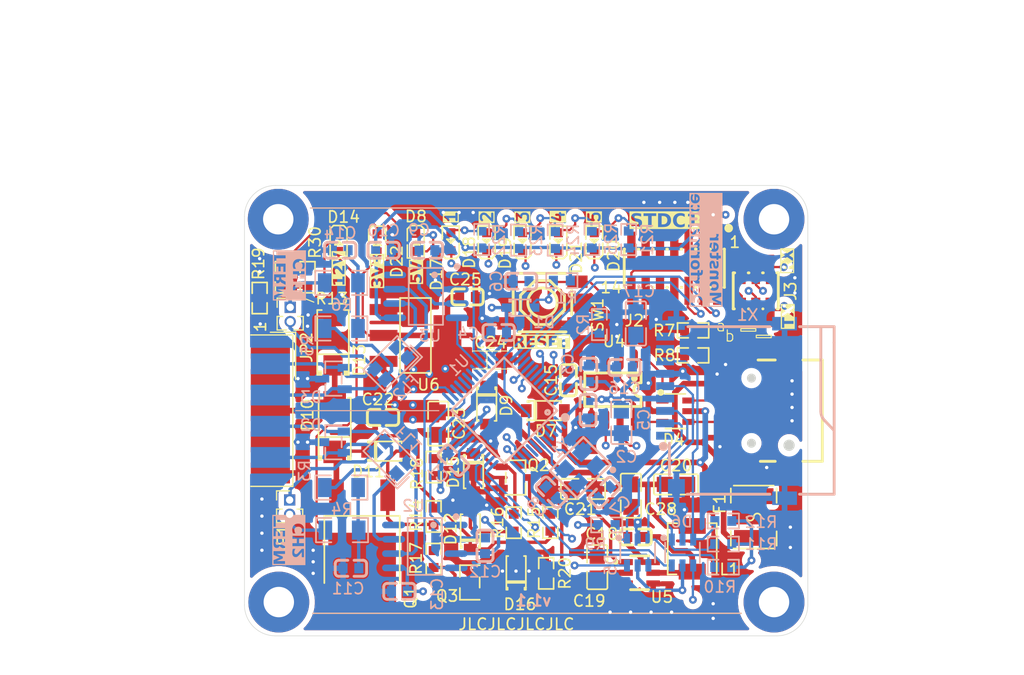
<source format=kicad_pcb>
(kicad_pcb (version 20241229) (generator "pcbnew") (generator_version "9.0")
  (title_block (rev "1.0"))
  (layers (0 "F.Cu" signal) (4 "In1.Cu" signal) (6 "In2.Cu" signal) (2 "B.Cu" signal) (13 "F.Paste" user) (15 "B.Paste" user) (5 "F.SilkS" user "F.Silkscreen") (7 "B.SilkS" user "B.Silkscreen") (1 "F.Mask" user) (3 "B.Mask" user) (25 "Edge.Cuts" user))
  (net 0 "")
  (net 1 "GND")
  (net 2 "+3V3")
  (net 3 "~{RESET}")
  (net 4 "Net-(U1-PF0)")
  (net 5 "Net-(U1-PF1)")
  (net 6 "+5V")
  (net 7 "Net-(C11-Pad1)")
  (net 8 "Net-(C14-Pad1)")
  (net 9 "Net-(U5-SW)")
  (net 10 "Net-(U5-BST)")
  (net 11 "+12V")
  (net 12 "+5V_IN")
  (net 13 "CH1_CAN_L")
  (net 14 "CH1_CAN_H")
  (net 15 "CH2_CAN_H")
  (net 16 "CH2_CAN_L")
  (net 17 "VBUS")
  (net 18 "/USB_SDCARD/D-")
  (net 19 "/USB_SDCARD/D+")
  (net 20 "Net-(USB1-DN1)")
  (net 21 "Net-(USB1-DP1)")
  (net 22 "Net-(X1-CD{slash}DAT3)")
  (net 23 "SD_CS")
  (net 24 "Net-(X1-CMD)")
  (net 25 "SPI1_MOSI")
  (net 26 "Net-(X1-DATO)")
  (net 27 "Net-(X1-CLK)")
  (net 28 "SPI1_MISO")
  (net 29 "SPI1_SCK")
  (net 30 "Net-(D8-K)")
  (net 31 "V_IN")
  (net 32 "Net-(D10-C)")
  (net 33 "Net-(D11-A)")
  (net 34 "Net-(D12-A)")
  (net 35 "Net-(D14-K)")
  (net 36 "Net-(D15-K)")
  (net 37 "Net-(D16-K)")
  (net 38 "Net-(F1-Pad2)")
  (net 39 "Net-(U2-CANH)")
  (net 40 "Net-(U2-CANL)")
  (net 41 "Net-(U3-CANH)")
  (net 42 "Net-(U3-CANL)")
  (net 46 "SWDIO")
  (net 47 "SWCLK")
  (net 48 "Net-(Q3-D)")
  (net 49 "BOOT0")
  (net 50 "Net-(USB1-CC1)")
  (net 51 "Net-(USB1-CC2)")
  (net 55 "Net-(D17-A)")
  (net 56 "LED1")
  (net 59 "UART_USB_TX")
  (net 61 "FDCAN2_TX")
  (net 64 "LED2")
  (net 65 "UART_USB_RX")
  (net 66 "Net-(D18-A)")
  (net 67 "FDCAN1_RX")
  (net 69 "Net-(D19-A)")
  (net 78 "FDCAN1_TX")
  (net 79 "FDCAN2_RX")
  (net 88 "LED3")
  (net 89 "Net-(D20-A)")
  (net 90 "LED5")
  (net 91 "Net-(D21-A)")
  (net 92 "LED4")
  (net 94 "VCP_UART_TX")
  (net 96 "VCP_UART_RX")
  (net 101 "Net-(D22-K)")
  (net 102 "UART_RX")
  (net 103 "UART_TX")
  (net 104 "Net-(JP1-Pin_1)")
  (net 105 "Net-(JP2-Pin_1)")
  (footprint "EasyEDA_Lib:TSOT-23-6_L2.9-W1.6-P0.95-LS2.8-BL" (layer "F.Cu") (at 140.07 127.9 -90)
    (property "Reference" "U5")
    (property "Value" "AP63205WU-7")
  )
  (footprint "EasyEDA_Lib:C0805" (layer "F.Cu") (at 135.05 120.45 180)
    (property "Reference" "C21")
    (property "Value" "10u")
  )
  (footprint "EasyEDA_Lib:R0603" (layer "F.Cu") (at 121.79 118.51 -90)
    (property "Reference" "R18")
    (property "Value" "10k")
  )
  (footprint "EasyEDA_Lib:C0805" (layer "F.Cu") (at 136.31 127.4 90)
    (property "Reference" "C19")
    (property "Value" "10u")
  )
  (footprint "EasyEDA_Lib:SOD-123_L2.8-W1.8-LS3.7-RD" (layer "F.Cu") (at 125.33 119 -90)
    (property "Reference" "D15")
    (property "Value" "12V")
  )
  (footprint "EasyEDA_Lib:F1812" (layer "F.Cu") (at 150.2 122.95 90)
    (property "Reference" "F1")
    (property "Value" "15V 500mA")
  )
  (footprint "EasyEDA_Lib:SOT-223-4_L6.5-W3.5-P2.30-LS7.0-BR" (layer "F.Cu") (at 120.18 106.82 180)
    (property "Reference" "U6")
    (property "Value" "LD1117S33CTR")
  )
  (footprint "EasyEDA_Lib:SOT-23-6_L2.9-W1.6-P0.95-LS2.8-BL" (layer "F.Cu") (at 143.25 113.55 -90)
    (property "Reference" "D4")
    (property "Value" "USBLC6-2SC6")
  )
  (footprint "MountingHole:MountingHole_2.7mm_M2.5_Pad_TopBottom" (layer "F.Cu") (at 152 130.5)
    (property "Reference" "H2" (hide yes))
    (property "Value" "MountingHole")
  )
  (footprint "EasyEDA_Lib:SOT-23-3_L2.9-W1.6-P1.90-LS2.8-BR" (layer "F.Cu") (at 129.07 119.44 180)
    (property "Reference" "Q2")
    (property "Value" "IRLML0060")
  )
  (footprint "EasyEDA_Lib:R0603" (layer "F.Cu") (at 131.78 127.95 90)
    (property "Reference" "R20")
    (property "Value" "100k")
  )
  (footprint "MountingHole:MountingHole_2.7mm_M2.5_Pad_TopBottom" (layer "F.Cu") (at 152 96.5)
    (property "Reference" "H3" (hide yes))
    (property "Value" "MountingHole")
  )
  (footprint "EasyEDA_Lib:R0603" (layer "F.Cu") (at 128.9 123.45 90)
    (property "Reference" "R16")
    (property "Value" "5k1")
  )
  (footprint "MountingHole:MountingHole_2.7mm_M2.5_Pad_TopBottom" (layer "F.Cu") (at 108 96.5)
    (property "Reference" "H4" (hide yes))
    (property "Value" "MountingHole")
  )
  (footprint "EasyEDA_Lib:LED0603-RD" (layer "F.Cu") (at 129.685 98.5 90)
    (property "Reference" "D19")
    (property "Value" "~")
  )
  (footprint "EasyEDA_Lib:R0603" (layer "F.Cu") (at 121.79 126.68 -90)
    (property "Reference" "R17")
    (property "Value" "5k1")
  )
  (footprint "EasyEDA_Lib:C0603" (layer "F.Cu") (at 117.3 114.1 180)
    (property "Reference" "C22")
    (property "Value" "100n")
  )
  (footprint "EasyEDA_Lib:SOD-123_L2.8-W1.8-LS3.7-RD" (layer "F.Cu") (at 125.05 124.11 90)
    (property "Reference" "D12")
    (property "Value" "24V")
  )
  (footprint "EasyEDA_Lib:C0603" (layer "F.Cu") (at 139.72 124.72)
    (property "Reference" "C18")
    (property "Value" "100n")
  )
  (footprint "EasyEDA_Lib:C0805" (layer "F.Cu") (at 122.2 114.65 -90)
    (property "Reference" "C23")
    (property "Value" "10u")
  )
  (footprint "canlogger_custom_lib:SMA_L4.3-W2.6-LS5.2-RD" (layer "F.Cu") (at 113.01 114.96 90)
    (property "Reference" "D10")
    (property "Value" "ES1D")
  )
  (footprint "EasyEDA_Lib:C0805" (layer "F.Cu") (at 139.3 121.05 -90)
    (property "Reference" "C28")
    (property "Value" "10u")
  )
  (footprint "EasyEDA_Lib:R0603" (layer "F.Cu") (at 132.15 123.45 90)
    (property "Reference" "R15")
    (property "Value" "5k1")
  )
  (footprint "EasyEDA_Lib:LED0603-RD" (layer "F.Cu") (at 132.8675 98.5 90)
    (property "Reference" "D21")
    (property "Value" "~")
  )
  (footprint "EasyEDA_Lib:LED0603-RD" (layer "F.Cu") (at 113.35 98.55 -90)
    (property "Reference" "D14")
    (property "Value" "~")
  )
  (footprint "canlogger_custom_lib:HDR-SMD_14P-P1.27_HX-PZ1.27-2X7P-TP" (layer "F.Cu") (at 143.15 100.85 180)
    (property "Reference" "J2")
    (property "Value" "2x7P Pitch:1.27mm")
  )
  (footprint "canlogger_custom_lib:DSUB-9_Pins_EdgeMount_P2.77mm" (layer "F.Cu") (at 107.3 113.5 -90)
    (property "Reference" "J1" (hide yes))
    (property "Value" "DE9_Pins_MountingHoles")
  )
  (footprint "EasyEDA_Lib:SOD-123_L2.8-W1.8-LS3.7-RD" (layer "F.Cu") (at 129.11 127.82 90)
    (property "Reference" "D16")
    (property "Value" "12V")
  )
  (footprint "EasyEDA_Lib:SOD-123_L2.8-W1.8-LS3.7-RD" (layer "F.Cu") (at 117.54 117.1)
    (property "Reference" "D11")
    (property "Value" "12V")
  )
  (footprint "canlogger_custom_lib:PinHeader_1x02_P1.27mm_Vertical" (layer "F.Cu") (at 109.06 104.32)
    (property "Reference" "JP2")
    (property "Value" "2p. 1.27")
  )
  (footprint "EasyEDA_Lib:TO-252-2_L6.6-W6.1-P4.57-LS9.9-TL-CW" (layer "F.Cu") (at 115.443 124.302 -90)
    (property "Reference" "Q1")
    (property "Value" "NTD2955T4G")
  )
  (footprint "EasyEDA_Lib:R0603" (layer "F.Cu") (at 106.35 103.5 90)
    (property "Reference" "R19")
    (property "Value" "10k")
  )
  (footprint "EasyEDA_Lib:R0603" (layer "F.Cu") (at 121.79 122.9 -90)
    (property "Reference" "R14")
    (property "Value" "10k")
  )
  (footprint "EasyEDA_Lib:LED0603-RD" (layer "F.Cu") (at 136.05 98.5 90)
    (property "Reference" "D20")
    (property "Value" "~")
  )
  (footprint "EasyEDA_Lib:C0805" (layer "F.Cu") (at 143.3 120.05)
    (property "Reference" "C20")
    (property "Value" "10u")
  )
  (footprint "EasyEDA_Lib:C0603" (layer "F.Cu") (at 133.75 110.8 90)
    (property "Reference" "C15")
    (property "Value" "100n")
  )
  (footprint "EasyEDA_Lib:SMA_L4.4-W2.6-LS5.0-RD" (layer "F.Cu") (at 112.86 107.29 90)
    (property "Reference" "D13")
    (property "Value" "SMAJ24A")
  )
  (footprint "EasyEDA_Lib:SW-SMD_L5.2-W5.2-P3.70-LS6.4" (layer "F.Cu") (at 131.45 103.9)
    (property "Reference" "SW1")
    (property "Value" "TS-1087S-01526")
  )
  (footprint "EasyEDA_Lib:LED0603-RD" (layer "F.Cu") (at 116.775 98.6 -90)
    (property "Reference" "D22")
    (property "Value" "~")
  )
  (footprint "EasyEDA_Lib:C0603" (layer "F.Cu") (at 124.8 103.4)
    (property "Reference" "C25")
    (property "Value" "100n")
  )
  (footprint "EasyEDA_Lib:SOP-8_L4.9-W3.9-P1.27-LS6.0-BL" (layer "F.Cu") (at 137.7 111.65 180)
    (property "Reference" "U4")
    (property "Value" "CH340N")
  )
  (footprint "EasyEDA_Lib:R0603" (layer "F.Cu") (at 144.82 108.59 180)
    (property "Reference" "R8")
    (property "Value" "5k1")
  )
  (footprint "canlogger_custom_lib:CASE-A_3216" (layer "F.Cu") (at 126.85 109)
    (property "Reference" "C24")
    (property "Value" "10uF")
  )
  (footprint "MountingHole:MountingHole_2.7mm_M2.5_Pad_TopBottom" (layer "F.Cu") (at 108.05 130.5)
    (property "Reference" "H1" (hide yes))
    (property "Value" "MountingHole")
  )
  (footprint "EasyEDA_Lib:IND-SMD_L4.4-W4.2-A" (layer "F.Cu") (at 144.74 125.77 90)
    (property "Reference" "L1")
    (property "Value" "4.7uH")
  )
  (footprint "EasyEDA_Lib:R0603" (layer "F.Cu") (at 110.6 101.65 -90)
    (property "Reference" "R30")
    (property "Value" "5k1")
  )
  (footprint "EasyEDA_Lib:LED0603-RD" (layer "F.Cu") (at 120.2 98.55 -90)
    (property "Reference" "D8")
    (property "Value" "~")
  )
  (footprint "canlogger_custom_lib:PinHeader_1x02_P1.27mm_Vertical" (layer "F.Cu") (at 109.01 121.435)
    (property "Reference" "JP1")
    (property "Value" "2p. 1.27")
  )
  (footprint "EasyEDA_Lib:USB-C-SMD_GT-USB-7047A" (layer "F.Cu") (at 150.8865 113.5 90)
    (property "Reference" "USB1" (hide yes))
    (property "Value" "GT-USB-7047A")
    (fp_poly (pts (xy 3.286578 -0.94221) (xy 3.259552 -1.043073) (xy 3.207341 -1.133505) (xy 3.133505 -1.207341) (xy 3.043073 -1.259552) (xy 2.94221 -1.286578) (xy 2.83779 -1.286578) (xy 2.736927 -1.259552) (xy 2.646495 -1.207341) (xy 2.572659 -1.133505) (xy 2.520448 -1.043073) (xy 2.493422 -0.94221) (xy 2.493422 -0.83779) (xy 2.520448 -0.736927) (xy 2.572659 -0.646495) (xy 2.646495 -0.572659) (xy 2.736927 -0.520448) (xy 2.83779 -0.493422) (xy 2.94221 -0.493422) (xy 3.043073 -0.520448) (xy 3.133505 -0.572659) (xy 3.207341 -0.646495) (xy 3.259552 -0.736927) (xy 3.286578 -0.83779)) (fill yes) (layer "Edge.Cuts"))
    (fp_poly (pts (xy -2.493422 -0.94221) (xy -2.520448 -1.043073) (xy -2.572659 -1.133505) (xy -2.646495 -1.207341) (xy -2.736927 -1.259552) (xy -2.83779 -1.286578) (xy -2.94221 -1.286578) (xy -3.043073 -1.259552) (xy -3.133505 -1.207341) (xy -3.207341 -1.133505) (xy -3.259552 -1.043073) (xy -3.286578 -0.94221) (xy -3.286578 -0.83779) (xy -3.259552 -0.736927) (xy -3.207341 -0.646495) (xy -3.133505 -0.572659) (xy -3.043073 -0.520448) (xy -2.94221 -0.493422) (xy -2.83779 -0.493422) (xy -2.736927 -0.520448) (xy -2.646495 -0.572659) (xy -2.572659 -0.646495) (xy -2.520448 -0.736927) (xy -2.493422 -0.83779)) (fill yes) (layer "Edge.Cuts"))
  )
  (footprint "EasyEDA_Lib:SOD-123_L2.8-W1.8-LS3.7-RD" (layer "F.Cu") (at 131.7 113.5)
    (property "Reference" "D7")
    (property "Value" "PMEG2005")
  )
  (footprint "canlogger_custom_lib:HDR-SMD_6P-P1.27-V-M-R2-C3-S1.27-LS5.5-1" (layer "F.Cu") (at 150.38 102.86 180)
    (property "Reference" "J3")
    (property "Value" "3x2p, 1.27")
  )
  (footprint "EasyEDA_Lib:R0603" (layer "F.Cu") (at 108.4 101.65 -90)
    (property "Reference" "R13")
    (property "Value" "5k1")
  )
  (footprint "EasyEDA_Lib:LED0603-RD" (layer "F.Cu") (at 123.32 98.5 90)
    (property "Reference" "D17")
    (property "Value" "~")
  )
  (footprint "EasyEDA_Lib:R0603" (layer "F.Cu") (at 144.82 106.37 180)
    (property "Reference" "R7")
    (property "Value" "5k1")
  )
  (footprint "EasyEDA_Lib:SOT-23-3_L2.9-W1.6-P1.90-LS2.8-BR" (layer "F.Cu") (at 125 128.76)
    (property "Reference" "Q3")
    (property "Value" "IRLML0060")
  )
  (footprint "EasyEDA_Lib:SOD-123_L2.8-W1.8-LS3.7-RD" (layer "F.Cu") (at 126.5 113 -90)
    (property "Reference" "D9")
    (property "Value" "PMEG2005")
  )
  (footprint "EasyEDA_Lib:LED0603-RD" (layer "F.Cu") (at 126.5025 98.5 90)
    (property "Reference" "D18")
    (property "Value" "~")
  )
  (footprint "EasyEDA_Lib:R0603" (layer "B.Cu") (at 135.8375 98.3 90)
    (property "Reference" "R25")
    (property "Value" "5k1")
  )
  (footprint "EasyEDA_Lib:R1206" (layer "B.Cu") (at 113.61 120.33 180)
    (property "Reference" "R3")
    (property "Value" "60.4Ω")
  )
  (footprint "EasyEDA_Lib:C0603" (layer "B.Cu") (at 126.35 125.5 90)
    (property "Reference" "C12")
    (property "Value" "100n")
  )
  (footprint "EasyEDA_Lib:C0603" (layer "B.Cu") (at 114.45 127.5 180)
    (property "Reference" "C11")
    (property "Value" "4.7n")
  )
  (footprint "EasyEDA_Lib:C0805" (layer "B.Cu") (at 139.74 105.76 90)
    (property "Reference" "C17")
    (property "Value" "10u")
  )
  (footprint "EasyEDA_Lib:C0603" (layer "B.Cu") (at 138.73 109.67 180)
    (property "Reference" "C16")
    (property "Value" "100n")
  )
  (footprint "EasyEDA_Lib:R0603" (layer "B.Cu") (at 133.17 101.95 180)
    (property "Reference" "R1")
    (property "Value" "10k")
  )
  (footprint "EasyEDA_Lib:R0603" (layer "B.Cu") (at 147.5 127.4 180)
    (property "Reference" "R10")
    (property "Value" "10k")
  )
  (footprint "EasyEDA_Lib:R0603" (layer "B.Cu") (at 137.15 123.65)
    (property "Reference" "R9")
    (property "Value" "10k")
  )
  (footprint "EasyEDA_Lib:R0603" (layer "B.Cu") (at 147.5 123.3 180)
    (property "Reference" "R12")
    (property "Value" "10k")
  )
  (footprint "EasyEDA_Lib:SOIC-8_L4.9-W3.9-P1.27-LS6.0-BL" (layer "B.Cu") (at 121.1 103.35 -90)
    (property "Reference" "U3")
    (property "Value" "TJA1051T/3")
  )
  (footprint "EasyEDA_Lib:R1206" (layer "B.Cu") (at 113.6 106.2 180)
    (property "Reference" "R5")
    (property "Value" "60.4Ω")
  )
  (footprint "canlogger_custom_lib:SOD-323_L1.8-W1.3-LS2.5-RD" (layer "B.Cu") (at 129.5 104.35)
    (property "Reference" "D1")
    (property "Value" "RB751V40T1G")
  )
  (footprint "EasyEDA_Lib:SOT-23-6_L2.9-W1.6-P0.95-LS2.8-BL" (layer "B.Cu") (at 139.9 126.1)
    (property "Reference" "D5")
    (property "Value" "USBLC6-2SC6")
  )
  (footprint "EasyEDA_Lib:C0603" (layer "B.Cu") (at 127.56 106.56 180)
    (property "Reference" "C4")
    (property "Value" "100n")
  )
  (footprint "EasyEDA_Lib:R0603" (layer "B.Cu") (at 136.5 105.8535 -90)
    (property "Reference" "R2")
    (property "Value" "10k")
  )
  (footprint "EasyEDA_Lib:R0603" (layer "B.Cu") (at 132.575 98.35 90)
    (property "Reference" "R24")
    (property "Value" "5k1")
  )
  (footprint "EasyEDA_Lib:C0603" (layer "B.Cu") (at 117.35 99.25)
    (property "Reference" "C10")
    (property "Value" "100n")
  )
  (footprint "EasyEDA_Lib:CRYSTAL-SMD_4P-L3.2-W2.5-BL_SIT8008BI" (layer "B.Cu") (at 134.8 118.55 -135)
    (property "Reference" "Y1")
    (property "Value" "16MHz")
  )
  (footprint "EasyEDA_Lib:SOT-23-6_L2.9-W1.6-P0.95-LS2.8-BL" (layer "B.Cu") (at 143.876875 126.1)
    (property "Reference" "D6")
    (property "Value" "USBLC6-2SC6")
  )
  (footprint "EasyEDA_Lib:C0603" (layer "B.Cu") (at 135.56 110.23 90)
    (property "Reference" "C3")
    (property "Value" "100n")
  )
  (footprint "EasyEDA_Lib:SOIC-8_L4.9-W3.9-P1.27-LS6.0-BL" (layer "B.Cu") (at 121.01 125.56 -90)
    (property "Reference" "U2")
    (property "Value" "TJA1051T/3")
  )
  (footprint "EasyEDA_Lib:SOT-23-3_L2.9-W1.3-P1.90-LS2.4-BR" (layer "B.Cu") (at 112.9 116.3)
    (property "Reference" "D2")
    (property "Value" "PESD2CAN/ESDCAN01")
  )
  (footprint "EasyEDA_Lib:C0603" (layer "B.Cu") (at 121.2 99.25)
    (property "Reference" "C9")
    (property "Value" "100n")
  )
  (footprint "EasyEDA_Lib:R0603" (layer "B.Cu") (at 126.05 98.3 90)
    (property "Reference" "R22")
    (property "Value" "5k1")
  )
  (footprint "EasyEDA_Lib:C0603" (layer "B.Cu") (at 118.75 129.55 180)
    (property "Reference" "C13")
    (property "Value" "100n")
  )
  (footprint "EasyEDA_Lib:C0603" (layer "B.Cu") (at 132.25 120.75 -45)
    (property "Reference" "C8")
    (property "Value" "18p")
  )
  (footprint "canlogger_custom_lib:SIM-SMD_GT-TF003-H0185-02" (layer "B.Cu") (at 147.6365 113.5 -90)
    (property "Reference" "X1")
    (property "Value" "GT-TF003-H0185-02")
    (fp_poly (pts (xy 3.570722 -5.634737) (xy 3.53694 -5.508658) (xy 3.471677 -5.395619) (xy 3.379381 -5.303323) (xy 3.266342 -5.23806) (xy 3.140263 -5.204278) (xy 3.009737 -5.204278) (xy 2.883658 -5.23806) (xy 2.770619 -5.303323) (xy 2.678323 -5.395619) (xy 2.61306 -5.508658) (xy 2.579278 -5.634737) (xy 2.579278 -5.765263) (xy 2.61306 -5.891342) (xy 2.678323 -6.004381) (xy 2.770619 -6.096677) (xy 2.883658 -6.16194) (xy 3.009737 -6.195722) (xy 3.140263 -6.195722) (xy 3.266342 -6.16194) (xy 3.379381 -6.096677) (xy 3.471677 -6.004381) (xy 3.53694 -5.891342) (xy 3.570722 -5.765263)) (fill yes) (layer "Edge.Cuts"))
  )
  (footprint "EasyEDA_Lib:R0603" (layer "B.Cu") (at 139.1 98.3 90)
    (property "Reference" "R21")
    (property "Value" "5k1")
  )
  (footprint "EasyEDA_Lib:R1206" (layer "B.Cu") (at 113.66 124.11 180)
    (property "Reference" "R4")
    (property "Value" "60.4Ω")
  )
  (footprint "EasyEDA_Lib:SOT-23-3_L2.9-W1.3-P1.90-LS2.4-BR" (layer "B.Cu") (at 112.9 110.65)
    (property "Reference" "D3")
    (property "Value" "PESD2CAN/ESDCAN01")
  )
  (footprint "EasyEDA_Lib:R1206" (layer "B.Cu") (at 113.6 102.15 180)
    (property "Reference" "R6")
    (property "Value" "60.4Ω")
  )
  (footprint "EasyEDA_Lib:C0603" (layer "B.Cu") (at 135.5 113.45 -90)
    (property "Reference" "C2")
    (property "Value" "100n")
  )
  (footprint "EasyEDA_Lib:C0805" (layer "B.Cu") (at 138.45 114.5 -90)
    (property "Reference" "C5")
    (property "Value" "10u")
  )
  (footprint "EasyEDA_Lib:R0603" (layer "B.Cu") (at 147.5 125.35 180)
    (property "Reference" "R11")
    (property "Value" "10k")
  )
  (footprint "EasyEDA_Lib:C0603" (layer "B.Cu") (at 123.55 117.9 -45)
    (property "Reference" "C1")
    (property "Value" "100n")
  )
  (footprint "EasyEDA_Lib:C0603" (layer "B.Cu") (at 113.5 99.25 180)
    (property "Reference" "C14")
    (property "Value" "4.7n")
  )
  (footprint "EasyEDA_Lib:R0603" (layer "B.Cu") (at 129.3125 98.35 90)
    (property "Reference" "R23")
    (property "Value" "5k1")
  )
  (footprint "EasyEDA_Lib:C0603" (layer "B.Cu") (at 136.95 120.77 -135)
    (property "Reference" "C7")
    (property "Value" "18p")
  )
  (footprint "EasyEDA_Lib:C0603" (layer "B.Cu") (at 129.55 102 180)
    (property "Reference" "C6")
    (property "Value" "100n")
  )
  (footprint "canlogger_custom_lib:FILTER-SMD_4P-L3.2-W1.6-BL_DLW31SN222SQ2L" (layer "B.Cu") (at 118 117.65 135)
    (property "Reference" "FL1")
    (property "Value" "DLW31SN222SQ2L")
  )
  (footprint "canlogger_custom_lib:FILTER-SMD_4P-L3.2-W1.6-BL_DLW31SN222SQ2L" (layer "B.Cu") (at 118 109.3 -135)
    (property "Reference" "FL2")
    (property "Value" "DLW31SN222SQ2L")
  )
  (footprint "EasyEDA_Lib:LQFP-48_L7.0-W7.0-P0.50-LS9.0-BL" (layer "B.Cu") (at 128.05 113.5 -135)
    (property "Reference" "U1")
    (property "Value" "STM32G474CBT6")
  )
  (gr_rect (start 119.3 107.95) (end 125.1 111.85) (stroke (width 0.2)) (fill yes) (layer "F.Cu") (net 2))
  (gr_rect (start 117.75 112.65) (end 122.2 114.45) (stroke (width 0.2)) (fill yes) (layer "F.Cu") (net 6))
  (gr_line (start 147.15 95.5) (end 110.85 95.5) (stroke (width 0.1)) (layer "F.SilkS"))
  (gr_line (start 111.16 103.86) (end 109.07 103.035) (stroke (width 0.1)) (layer "F.SilkS"))
  (gr_line (start 149.11 131.5) (end 111.09 131.5) (stroke (width 0.1)) (layer "F.SilkS"))
  (gr_rect (start 149.055 106.22) (end 150.385 106.44) (stroke (width 0.1)) (fill no) (layer "F.SilkS"))
  (gr_rect (start 150.425 106.8) (end 151.755 107.02) (stroke (width 0.1)) (fill no) (layer "F.SilkS"))
  (gr_line (start 149.1 131.5) (end 111.05 131.5) (stroke (width 0.1)) (layer "B.SilkS"))
  (gr_line (start 147.25 95.5) (end 110.85 95.5) (stroke (width 0.1)) (layer "B.SilkS"))
  (gr_line (start 109.55 113.5) (end 122.25 113.5) (stroke (width 0.1)) (layer "B.SilkS"))
  (gr_line (start 155 96.25) (end 155 130.75) (stroke (width 0.05)) (layer "Edge.Cuts"))
  (gr_line (start 105 130.75) (end 105 96.25) (stroke (width 0.05)) (layer "Edge.Cuts"))
  (gr_line (start 152.25 133.5) (end 107.75 133.5) (stroke (width 0.05)) (layer "Edge.Cuts"))
  (gr_arc (start 107.75 133.5) (mid 105.805456 132.694544) (end 105 130.75) (stroke (width 0.05)) (layer "Edge.Cuts"))
  (gr_arc (start 155 130.75) (mid 154.194544 132.694544) (end 152.25 133.5) (stroke (width 0.05)) (layer "Edge.Cuts"))
  (gr_arc (start 105 96.25) (mid 105.805456 94.305456) (end 107.75 93.5) (stroke (width 0.05)) (layer "Edge.Cuts"))
  (gr_line (start 107.75 93.5) (end 152.25 93.5) (stroke (width 0.05)) (layer "Edge.Cuts"))
  (gr_arc (start 152.25 93.5) (mid 154.194544 94.305456) (end 155 96.25) (stroke (width 0.05)) (layer "Edge.Cuts"))
  (gr_text "3" (at 130.3 96.9 90) (layer "F.SilkS" knockout) (effects (font (size 1 1) (thickness 0.2) (bold yes)) (justify left bottom)))
  (gr_text "4" (at 133.475 96.9 90) (layer "F.SilkS" knockout) (effects (font (size 1 1) (thickness 0.2) (bold yes)) (justify left bottom)))
  (gr_text "JLCJLCJLCJLC" (at 123.9 133.05 0) (layer "F.SilkS") (effects (font (size 1 1)) (justify left bottom)))
  (gr_text "STDC14" (at 139.2 97.4 0) (layer "F.SilkS" knockout) (effects (font (size 1.2 1.2) (thickness 0.3) (bold yes)) (justify left bottom)))
  (gr_text "1" (at 147.95 99.12 0) (layer "F.SilkS") (effects (font (size 1 1)) (justify left bottom)))
  (gr_text "1" (at 107 106.63 90) (layer "F.SilkS") (effects (font (size 1 1)) (justify left bottom)))
  (gr_text "a" (at 146.77 106.54 0) (layer "F.SilkS") (effects (font (size 1 1) (thickness 0.1)) (justify left bottom)))
  (gr_text "14" (at 136.5 103.15 0) (layer "F.SilkS") (effects (font (size 1 1)) (justify left bottom)))
  (gr_text "5V" (at 120.9 102.25 90) (layer "F.SilkS" knockout) (effects (font (size 1 1) (thickness 0.2) (bold yes)) (justify left bottom)))
  (gr_text "3V3" (at 117.45 102.6 90) (layer "F.SilkS" knockout) (effects (font (size 1 1) (thickness 0.2) (bold yes)) (justify left bottom)))
  (gr_text "TX" (at 153.9 106.14 90) (layer "F.SilkS" knockout) (effects (font (size 1 1) (thickness 0.2) (bold yes)) (justify left bottom)))
  (gr_text "RX" (at 153.85 101.31 90) (layer "F.SilkS" knockout) (effects (font (size 1 1) (thickness 0.2) (bold yes)) (justify left bottom)))
  (gr_text "RESET" (at 128.85 108.05 0) (layer "F.SilkS" knockout) (effects (font (size 1 1) (thickness 0.2) (bold yes)) (justify left bottom)))
  (gr_text "b" (at 147.55 107.45 0) (layer "F.SilkS") (effects (font (size 1 1) (thickness 0.1)) (justify left bottom)))
  (gr_text "1" (at 123.95 96.9 90) (layer "F.SilkS" knockout) (effects (font (size 1 1) (thickness 0.2) (bold yes)) (justify left bottom)))
  (gr_text "12V" (at 114.05 102.46298 90) (layer "F.SilkS" knockout) (effects (font (size 1 1) (thickness 0.2) (bold yes)) (justify left bottom)))
  (gr_text "5" (at 136.65 96.9 90) (layer "F.SilkS" knockout) (effects (font (size 1 1) (thickness 0.2) (bold yes)) (justify left bottom)))
  (gr_text "2" (at 127.125 96.9 90) (layer "F.SilkS" knockout) (effects (font (size 1 1) (thickness 0.2) (bold yes)) (justify left bottom)))
  (gr_text "TERM\nCH2" (at 110.45 125.05 90) (layer "B.SilkS" knockout) (effects (font (size 1 1) (thickness 0.2) (bold yes)) (justify bottom mirror)))
  (gr_text "Monster\nPerformance" (at 144.45 104.3 270) (layer "B.SilkS" knockout) (effects (font (size 1 1) (thickness 0.2) (bold yes)) (justify left bottom mirror)))
  (gr_text "TERM\nCH1" (at 110.5 101.55 90) (layer "B.SilkS" knockout) (effects (font (size 1 1) (thickness 0.2) (bold yes)) (justify bottom mirror)))
  (gr_text "v1.1" (at 132.35 130.95 0) (layer "B.SilkS") (effects (font (size 1 1) (thickness 0.2) (bold yes)) (justify left bottom mirror)))
  (segment (start 134.8 110.45) (end 134.45 110.1) (width 0.3) (layer "F.Cu") (net 1))
  (segment (start 138.25 123.1) (end 138.55 123.4) (width 0.3) (layer "F.Cu") (net 1))
  (segment (start 144 122.35) (end 144.05 122.3) (width 0.3) (layer "F.Cu") (net 1))
  (segment (start 144.05 122.3) (end 144.05 120.3) (width 0.5) (layer "F.Cu") (net 1))
  (segment (start 123.0135 119.2635) (end 121.79 119.2635) (width 0.3) (layer "F.Cu") (net 1))
  (segment (start 148.4365 110.3) (end 147 110.3) (width 0.5) (layer "F.Cu") (net 1))
  (segment (start 136.73 110.45) (end 134.8 110.45) (width 0.3) (layer "F.Cu") (net 1))
  (segment (start 147.7 109.4) (end 147.7 108.7) (width 0.5) (layer "F.Cu") (net 1))
  (segment (start 110.6 102.4035) (end 108.4 102.4035) (width 0.5) (layer "F.Cu") (net 1))
  (segment (start 106.35 102.7465) (end 107.2035 102.7465) (width 0.5) (layer "F.Cu") (net 1))
  (segment (start 139.3 122.05) (end 138.35 122.05) (width 0.3) (layer "F.Cu") (net 1))
  (segment (start 148.4365 110.3) (end 148.2 110.3) (width 0.5) (layer "F.Cu") (net 1))
  (segment (start 124.49 120.74) (end 123.0135 119.2635) (width 0.3) (layer "F.Cu") (net 1))
  (segment (start 126.1 105.3) (end 126.550001 105.750001) (width 0.5) (layer "F.Cu") (net 1))
  (segment (start 148.4365 116.7) (end 148.75 117.0135) (width 0.5) (layer "F.Cu") (net 1))
  (segment (start 127.105 120.43) (end 127.095 120.44) (width 0.3) (layer "F.Cu") (net 1))
  (segment (start 148.75 117.0135) (end 148.75 118.35) (width 0.5) (layer "F.Cu") (net 1))
  (segment (start 134.45 110.1) (end 133.75 110.1) (width 0.3) (layer "F.Cu") (net 1))
  (segment (start 147.7 109.8) (end 147.7 109.4) (width 0.5) (layer "F.Cu") (net 1))
  (segment (start 147 110.3) (end 146.95 110.25) (width 0.5) (layer "F.Cu") (net 1))
  (segment (start 143.15 98.849999) (end 144.42 98.85) (width 0.2) (layer "F.Cu") (net 1))
  (segment (start 126.550001 105.750001) (end 128.35 105.750001) (width 0.5) (layer "F.Cu") (net 1))
  (segment (start 125.6 103.5) (end 125.5 103.4) (width 0.5) (layer "F.Cu") (net 1))
  (segment (start 144.4 96.8) (end 144.42 96.82) (width 0.5) (layer "F.Cu") (net 1))
  (segment (start 124.9275 120.74) (end 124.49 120.74) (width 0.3) (layer "F.Cu") (net 1))
  (segment (start 142.101 113.55) (end 141.2 113.55) (width 0.5) (layer "F.Cu") (net 1))
  (segment (start 140.85 113.2) (end 140.85 111.05) (width 0.5) (layer "F.Cu") (net 1))
  (segment (start 143.15 95.05) (end 143.2 95) (width 0.5) (layer "F.Cu") (net 1))
  (segment (start 144.3 120.05) (end 144.3 120.3125) (width 0.5) (layer "F.Cu") (net 1))
  (segment (start 142.9 122.35) (end 144 122.35) (width 0.3) (layer "F.Cu") (net 1))
  (segment (start 144.42 96.82) (end 144.42 98.85) (width 0.5) (layer "F.Cu") (net 1))
  (segment (start 128.4 107.3) (end 128.35 107.25) (width 0.5) (layer "F.Cu") (net 1))
  (segment (start 138.55 123.4) (end 139.9 123.4) (width 0.3) (layer "F.Cu") (net 1))
  (segment (start 143.15 98.849999) (end 143.15 95.05) (width 0.5) (layer "F.Cu") (net 1))
  (segment (start 126.1 105.3) (end 125.6 104.8) (width 0.5) (layer "F.Cu") (net 1))
  (segment (start 128.05 109) (end 128.05 107.65) (width 0.5) (layer "F.Cu") (net 1))
  (segment (start 138.35 122.05) (end 138.25 122.15) (width 0.3) (layer "F.Cu") (net 1))
  (segment (start 107.2035 102.7465) (end 107.5465 102.4035) (width 0.5) (layer "F.Cu") (net 1))
  (segment (start 127.095 120.44) (end 126.27 120.44) (width 0.3) (layer "F.Cu") (net 1))
  (segment (start 147.7 108.7) (end 148 108.4) (width 0.5) (layer "F.Cu") (net 1))
  (segment (start 144.35 95) (end 144.4 95.05) (width 0.5) (layer "F.Cu") (net 1))
  (segment (start 127.795 120.43) (end 127.105 120.43) (width 0.3) (layer "F.Cu") (net 1))
  (segment (start 133.95 122.3) (end 135.2 122.3) (width 0.5) (layer "F.Cu") (net 1))
  (segment (start 125.09 120.9025) (end 124.9275 120.74) (width 0.3) (layer "F.Cu") (net 1))
  (segment (start 133.95 120.55) (end 134.05 120.45) (width 0.5) (layer "F.Cu") (net 1))
  (segment (start 137.065 108.9675) (end 137.065 110.115) (width 0.3) (layer "F.Cu") (net 1))
  (segment (start 137.065 110.115) (end 136.73 110.45) (width 0.3) (layer "F.Cu") (net 1))
  (segment (start 125.33 120.6925) (end 125.12 120.9025) (width 0.3) (layer "F.Cu") (net 1))
  (segment (start 144.3 120.3125) (end 144.0625 120.55) (width 0.5) (layer "F.Cu") (net 1))
  (segment (start 126.45 103.4) (end 126.75 103.1) (width 0.5) (layer "F.Cu") (net 1))
  (segment (start 148.4365 116.7) (end 147.2 116.7) (width 0.5) (layer "F.Cu") (net 1))
  (segment (start 148.75 118.35) (end 149 118.6) (width 0.5) (layer "F.Cu") (net 1))
  (segment (start 144.05 120.3) (end 144.3 120.05) (width 0.5) (layer "F.Cu") (net 1))
  (segment (start 125.5 103.4) (end 126.45 103.4) (width 0.5) (layer "F.Cu") (net 1))
  (segment (start 128.05 107.65) (end 128.4 107.3) (width 0.5) (layer "F.Cu") (net 1))
  (segment (start 125.6 104.8) (end 125.6 103.5) (width 0.5) (layer "F.Cu") (net 1))
  (segment (start 144.4 95.05) (end 144.4 96.8) (width 0.5) (layer "F.Cu") (net 1))
  (segment (start 127.835 120.39) (end 127.795 120.43) (width 0.3) (layer "F.Cu") (net 1))
  (segment (start 107.5465 102.4035) (end 108.4 102.4035) (width 0.5) (layer "F.Cu") (net 1))
  (segment (start 138.25 122.15) (end 138.25 123.1) (width 0.3) (layer "F.Cu") (net 1))
  (segment (start 148.2 110.3) (end 147.7 109.8) (width 0.5) (layer "F.Cu") (net 1))
  (segment (start 133.95 122.3) (end 133.95 120.55) (width 0.5) (layer "F.Cu") (net 1))
  (segment (start 148 108.4) (end 149.4365 108.4) (width 0.5) (layer "F.Cu") (net 1))
  (segment (start 149 118.6) (end 149.4365 118.6) (width 0.5) (layer "F.Cu") (net 1))
  (segment (start 128.35 107.25) (end 128.35 105.750001) (width 0.5) (layer "F.Cu") (net 1))
  (segment (start 126.27 120.44) (end 126.0175 120.6925) (width 0.3) (layer "F.Cu") (net 1))
  (segment (start 106.35 102.7465) (end 106.35 100) (width 0.5) (layer "F.Cu") (net 1))
  (segment (start 125.12 120.9025) (end 125.09 120.9025) (width 0.3) (layer "F.Cu") (net 1))
  (segment (start 141.2 113.55) (end 140.85 113.2) (width 0.5) (layer "F.Cu") (net 1))
  (segment (start 126.0175 120.6925) (end 125.33 120.6925) (width 0.3) (layer "F.Cu") (net 1))
  (via (at 146.6 130.65) (size 0.7) (drill 0.3) (layers "F.Cu" "B.Cu") (net 1))
  (via (at 106.35 100) (size 0.7) (drill 0.3) (layers "F.Cu" "B.Cu") (net 1))
  (via (at 110.6 106) (size 0.7) (drill 0.3) (layers "F.Cu" "B.Cu") (net 1))
  (via (at 142.9 122.35) (size 0.7) (drill 0.3) (layers "F.Cu" "B.Cu") (net 1))
  (via (at 130.25 127.75) (size 0.7) (drill 0.3) (layers "F.Cu" "B.Cu") (net 1))
  (via (at 144.05 122.3) (size 0.7) (drill 0.3) (layers "F.Cu" "B.Cu") (net 1))
  (via (at 123.5 121.45) (size 0.7) (drill 0.3) (layers "F.Cu" "B.Cu") (net 1))
  (via (at 110.6 110.65) (size 0.7) (drill 0.3) (layers "F.Cu" "B.Cu") (net 1))
  (via (at 153.85 101.7) (size 0.7) (drill 0.3) (layers "F.Cu" "B.Cu") (net 1))
  (via (at 106.55 122.866667) (size 0.7) (drill 0.3) (layers "F.Cu" "B.Cu") (net 1))
  (via (at 125.3 95.9) (size 0.7) (drill 0.3) (layers "F.Cu" "B.Cu") (net 1))
  (via (at 110.6 116.3) (size 0.7) (drill 0.3) (layers "F.Cu" "B.Cu") (net 1))
  (via (at 126.75 103.1) (size 0.7) (drill 0.3) (layers "F.Cu" "B.Cu") (net 1))
  (via (at 118.125 97.875) (size 0.7) (drill 0.3) (layers "F.Cu" "B.Cu") (net 1))
  (via (at 153.6 113.216667) (size 0.7) (drill 0.3) (layers "F.Cu" "B.Cu") (net 1))
  (via (at 153.85 103.05) (size 0.7) (drill 0.3) (layers "F.Cu" "B.Cu") (net 1))
  (via (at 126.85 116.2) (size 0.7) (drill 0.3) (layers "F.Cu" "B.Cu") (net 1))
  (via (at 141.55 105.4) (size 0.7) (drill 0.3) (layers "F.Cu" "B.Cu") (net 1))
  (via (at 126.1 105.3) (size 0.7) (drill 0.3) (layers "F.Cu" "B.Cu") (net 1))
  (via (at 113.65 103.2) (size 0.7) (drill 0.3) (layers "F.Cu" "B.Cu") (net 1))
  (via (at 153.45 125.65) (size 0.7) (drill 0.3) (layers "F.Cu" "B.Cu") (net 1))
  (via (at 146.6 131.95) (size 0.7) (drill 0.3) (layers "F.Cu" "B.Cu") (net 1))
  (via (at 143.2 95) (size 0.7) (drill 0.3) (layers "F.Cu" "B.Cu") (net 1))
  (via (at 146.95 110.25) (size 0.7) (drill 0.3) (layers "F.Cu" "B.Cu") (net 1))
  (via (at 151.35 118.55) (size 0.7) (drill 0.3) (layers "F.Cu" "B.Cu") (net 1))
  (via (at 142.91 131.4) (size 0.7) (drill 0.3) (layers "F.Cu" "B.Cu") (net 1))
  (via (at 153.6 114.4) (size 0.7) (drill 0.3) (layers "F.Cu" "B.Cu") (net 1))
  (via (at 147.7 109.4) (size 0.7) (drill 0.3) (layers "F.Cu" "B.Cu") (net 1))
  (via (at 126.5 121.9) (size 0.7) (drill 0.3) (layers "F.Cu" "B.Cu") (net 1))
  (via (at 109.75 116.3) (size 0.7) (drill 0.3) (layers "F.Cu" "B.Cu") (net 1))
  (via (at 153.6 110.85) (size 0.7) (drill 0.3) (layers "F.Cu" "B.Cu") (net 1))
  (via (at 153.45 123.85) (size 0.7) (drill 0.3) (layers "F.Cu" "B.Cu") (net 1))
  (via (at 139.27 131.4) (size 0.7) (drill 0.3) (layers "F.Cu" "B.Cu") (net 1))
  (via (at 124.05 95.9) (size 0.7) (drill 0.3) (layers "F.Cu" "B.Cu") (net 1))
  (via (at 141.85 95) (size 0.7) (drill 0.3) (layers "F.Cu" "B.Cu") (net 1))
  (via (at 106.4 105.8) (size 0.7) (drill 0.3) (layers "F.Cu" "B.Cu") (net 1))
  (via (at 133.95 122.3) (size 0.7) (drill 0.3) (layers "F.Cu" "B.Cu") (net 1))
  (via (at 143.9 110) (size 0.7) (drill 0.3) (layers "F.Cu" "B.Cu") (net 1))
  (via (at 137.45 131.4) (size 0.7) (drill 0.3) (layers "F.Cu" "B.Cu") (net 1))
  (via (at 110.65 105) (size 0.7) (drill 0.3) (layers "F.Cu" "B.Cu") (net 1))
  (via (at 135.2 122.3) (size 0.7) (drill 0.3) (layers "F.Cu" "B.Cu") (net 1))
  (via (at 109.75 110.65) (size 0.7) (drill 0.3) (layers "F.Cu" "B.Cu") (net 1))
  (via (at 127.9 127.75) (size 0.7) (drill 0.3) (layers "F.Cu" "B.Cu") (net 1))
  (via (at 106.55 125.9) (size 0.7) (drill 0.3) (layers "F.Cu" "B.Cu") (net 1))
  (via (at 106.55 121.35) (size 0.7) (drill 0.3) (layers "F.Cu" "B.Cu") (net 1))
  (via (at 153.6 112.033333) (size 0.7) (drill 0.3) (layers "F.Cu" "B.Cu") (net 1))
  (via (at 147.2 116.7) (size 0.7) (drill 0.3) (layers "F.Cu" "B.Cu") (net 1))
  (via (at 141.09 131.4) (size 0.7) (drill 0.3) (layers "F.Cu" "B.Cu") (net 1))
  (via (at 111.1 125.9) (size 0.7) (drill 0.3) (layers "F.Cu" "B.Cu") (net 1))
  (via (at 122.65 95.9) (size 0.7) (drill 0.3) (layers "F.Cu" "B.Cu") (net 1))
  (via (at 129.1 127.75) (size 0.7) (drill 0.3) (layers "F.Cu" "B.Cu") (net 1))
  (via (at 106.55 124.383333) (size 0.7) (drill 0.3) (layers "F.Cu" "B.Cu") (net 1))
  (via (at 106.35 101.15) (size 0.7) (drill 0.3) (layers "F.Cu" "B.Cu") (net 1))
  (via (at 111.1 127.95) (size 0.7) (drill 0.3) (layers "F.Cu" "B.Cu") (net 1))
  (via (at 116.55 112.5) (size 0.7) (drill 0.3) (layers "F.Cu" "B.Cu") (net 1))
  (via (at 121.95 101.9) (size 0.7) (drill 0.3) (layers "F.Cu" "B.Cu") (net 1))
  (via (at 134.4 115) (size 0.7) (drill 0.3) (layers "F.Cu" "B.Cu") (net 1))
  (via (at 140.85 111.05) (size 0.7) (drill 0.3) (layers "F.Cu" "B.Cu") (net 1))
  (via (at 144.35 95) (size 0.7) (drill 0.3) (layers "F.Cu" "B.Cu") (net 1))
  (via (at 111.1 126.925) (size 0.7) (drill 0.3) (layers "F.Cu" "B.Cu") (net 1))
  (via (at 139.9 123.4) (size 0.7) (drill 0.3) (layers "F.Cu" "B.Cu") (net 1))
  (via (at 138.05 105.85) (size 0.7) (drill 0.3) (layers "F.Cu" "B.Cu") (net 1))
  (via (at 138.05 106.9) (size 0.7) (drill 0.3) (layers "F.Cu" "B.Cu") (net 1))
  (via (at 140.45 95) (size 0.7) (drill 0.3) (layers "F.Cu" "B.Cu") (net 1))
  (segment (start 123.7825 124.925) (end 125.125 124.925) (width 0.3) (layer "B.Cu") (net 1))
  (segment (start 133.38995 120.6) (end 133.952081 120.6) (width 0.2) (layer "B.Cu") (net 1))
  (segment (start 118.8 97.2) (end 118.125 97.875) (width 0.3) (layer "B.Cu") (net 1))
  (segment (start 118.125 97.875) (end 118.05 97.95) (width 0.3) (layer "B.Cu") (net 1))
  (segment (start 123.8725 102.715) (end 123.847874 102.739626) (width 0.3) (layer "B.Cu") (net 1))
  (segment (start 126.35 124.8) (end 125.25 124.8) (width 0.3) (layer "B.Cu") (net 1))
  (segment (start 126.35 103.1) (end 126.1 103.35) (width 0.5) (layer "B.Cu") (net 1))
  (segment (start 132.744975 121.244975) (end 133.38995 120.6) (width 0.2) (layer "B.Cu") (net 1))
  (segment (start 135.39 109.7) (end 134.75 109.7) (width 0.3) (layer "B.Cu") (net 1))
  (segment (start 141.125 110.225) (end 142.3365 110.225) (width 0.5) (layer "B.Cu") (net 1))
  (segment (start 135.56 109.53) (end 135.39 109.7) (width 0.3) (layer "B.Cu") (net 1))
  (segment (start 121.95 101.9) (end 121.95 99.3) (width 0.3) (layer "B.Cu") (net 1))
  (segment (start 140.85 110.5) (end 141.125 110.225) (width 0.5) (layer "B.Cu") (net 1))
  (segment (start 135.79005 120.6) (end 135.294365 120.6) (width 0.2) (layer "B.Cu") (net 1))
  (segment (start 133.952081 120.6) (end 134.623223 119.928858) (width 0.2) (layer "B.Cu") (net 1))
  (segment (start 142.9 122.05) (end 143.3365 121.6135) (width 0.5) (layer "B.Cu") (net 1))
  (segment (start 143.876875 124.951) (end 143.876875 123.326875) (width 0.3) (layer "B.Cu") (net 1))
  (segment (start 126.86 105.66) (end 126.86 106.56) (width 0.5) (layer "B.Cu") (net 1))
  (segment (start 142.9 122.35) (end 142.9 122.05) (width 0.5) (layer "B.Cu") (net 1))
  (segment (start 110.6 116.3) (end 111.9 116.3) (width 0.3) (layer "B.Cu") (net 1))
  (segment (start 125.66902 112.699) (end 123.453806 114.914214) (width 0.3) (layer "B.Cu") (net 1))
  (segment (start 125.8 107.62) (end 126.86 106.56) (width 0.3) (layer "B.Cu") (net 1))
  (segment (start 123.25 98.55) (end 123.25 98.408636) (width 0.3) (layer "B.Cu") (net 1))
  (segment (start 125.45 124.65) (end 125.45 122.3) (width 0.3) (layer "B.Cu") (net 1))
  (segment (start 135.294365 120.6) (end 134.623223 119.928858) (width 0.2) (layer "B.Cu") (net 1))
  (segment (start 126.85 116.2) (end 128.35 114.7) (width 0.3) (layer "B.Cu") (net 1))
  (segment (start 139.9 123.4) (end 139.9 123.35) (width 0.3) (layer "B.Cu") (net 1))
  (segment (start 136.455025 121.264975) (end 135.79005 120.6) (width 0.2) (layer "B.Cu") (net 1))
  (segment (start 121.95 102.05) (end 121.95 101.9) (width 0.3) (layer "B.Cu") (net 1))
  (segment (start 122.55 99.25) (end 123.25 98.55) (width 0.3) (layer "B.Cu") (net 1))
  (segment (start 134.75 109.7) (end 133.213512 111.236488) (width 0.3) (layer "B.Cu") (net 1))
  (segment (start 122.041364 97.2) (end 118.8 97.2) (width 0.3) (layer "B.Cu") (net 1))
  (segment (start 123.847874 102.739626) (end 122.639626 102.739626) (width 0.3) (layer "B.Cu") (net 1))
  (segment (start 133.213512 111.49867) (end 132.646194 112.065988) (width 0.3) (layer "B.Cu") (net 1))
  (segment (start 124.868019 116.328427) (end 124.044975 117.151471) (width 0.25) (layer "B.Cu") (net 1))
  (segment (start 125.45 122.3) (end 125.85 121.9) (width 0.3) (layer "B.Cu") (net 1))
  (segment (start 128.35 114.7) (end 128.35 113.15) (width 0.3) (layer "B.Cu") (net 1))
  (segment (start 126.35 124.8) (end 125.6 124.8) (width 0.3) (layer "B.Cu") (net 1))
  (segment (start 122.639626 102.739626) (end 121.95 102.05) (width 0.3) (layer "B.Cu") (net 1))
  (segment (start 142.3365 110.225) (end 143.675 110.225) (width 0.5) (layer "B.Cu") (net 1))
  (segment (start 125.85 121.9) (end 126.5 121.9) (width 0.3) (layer "B.Cu") (net 1))
  (segment (start 121.9 99.25) (end 122.55 99.25) (width 0.3) (layer "B.Cu") (net 1))
  (segment (start 133.213512 111.236488) (end 133.213512 111.49867) (width 0.3) (layer "B.Cu") (net 1))
  (segment (start 143.876875 123.326875) (end 142.9 122.35) (width 0.3) (layer "B.Cu") (net 1))
  (segment (start 143.3365 121.6135) (end 143.3365 120.375) (width 0.5) (layer "B.Cu") (net 1))
  (segment (start 139.9 124.951) (end 139.9 123.4) (width 0.3) (layer "B.Cu") (net 1))
  (segment (start 126.75 103.1) (end 126.35 103.1) (width 0.5) (layer "B.Cu") (net 1))
  (segment (start 126.1 105.3) (end 126.5 105.3) (width 0.5) (layer "B.Cu") (net 1))
  (segment (start 140.85 111.05) (end 140.85 110.5) (width 0.5) (layer "B.Cu") (net 1))
  (segment (start 128.35 113.15) (end 127.899 112.699) (width 0.3) (layer "B.Cu") (net 1))
  (segment (start 153.6 110.85) (end 153.6 112.033333) (width 0.5) (layer "B.Cu") (net 1))
  (segment (start 111.9 110.65) (end 110.6 110.65) (width 0.3) (layer "B.Cu") (net 1))
  (segment (start 125.125 124.925) (end 125.25 124.8) (width 0.3) (layer "B.Cu") (net 1))
  (segment (start 109.75 116.3) (end 110.6 116.3) (width 0.3) (layer "B.Cu") (net 1))
  (segment (start 132.646194 112.065988) (end 132.646194 112.085786) (width 0.3) (layer "B.Cu") (net 1))
  (segment (start 127.899 112.699) (end 125.66902 112.699) (width 0.3) (layer "B.Cu") (net 1))
  (segment (start 123.25 98.408636) (end 122.041364 97.2) (width 0.3) (layer "B.Cu") (net 1))
  (segment (start 121.95 99.3) (end 121.9 99.25) (width 0.3) (layer "B.Cu") (net 1))
  (segment (start 125.8 108.06802) (end 125.8 107.62) (width 0.3) (layer "B.Cu") (net 1))
  (segment (start 110.6 110.65) (end 109.75 110.65) (width 0.3) (layer "B.Cu") (net 1))
  (segment (start 118.05 97.95) (end 118.05 99.25) (width 0.3) (layer "B.Cu") (net 1))
  (segment (start 125.6 124.8) (end 125.45 124.65) (width 0.3) (layer "B.Cu") (net 1))
  (segment (start 126.635786 108.903806) (end 125.8 108.06802) (width 0.3) (layer "B.Cu") (net 1))
  (segment (start 124.044975 117.151471) (end 124.044975 118.394975) (width 0.25) (layer "B.Cu") (net 1))
  (segment (start 143.675 110.225) (end 143.9 110) (width 0.5) (layer "B.Cu") (net 1))
  (segment (start 126.1 103.35) (end 126.1 105.3) (width 0.5) (layer "B.Cu") (net 1))
  (segment (start 126.5 105.3) (end 126.86 105.66) (width 0.5) (layer "B.Cu") (net 1))
  (segment (start 132.744975 121.244975) (end 132.744975 121.065075) (width 0.2) (layer "B.Cu") (net 1))
  (segment (start 123.015 106.82) (end 125.07 106.82) (width 0.5) (layer "F.Cu") (net 2))
  (segment (start 122.825 109.775) (end 123.015 109.585) (width 0.5) (layer "F.Cu") (net 2))
  (segment (start 135.795 112.545) (end 135.795 114.3325) (width 0.3) (layer "F.Cu") (net 2))
  (segment (start 134.7 111.45) (end 135.795 112.545) (width 0.3) (layer "F.Cu") (net 2))
  (segment (start 123.015 109.585) (end 123.015 106.82) (width 0.5) (layer "F.Cu") (net 2))
  (segment (start 145.69 98.85) (end 145.69 97.01) (width 0.5) (layer "F.Cu") (net 2))
  (segment (start 120 109.85) (end 121 109.85) (width 0.5) (layer "F.Cu") (net 2))
  (segment (start 121 109.85) (end 121.4 110.25) (width 0.5) (layer "F.Cu") (net 2))
  (segment (start 125.65 107.4) (end 125.65 109) (width 0.5) (layer "F.Cu") (net 2))
  (segment (start 116.02 106.82) (end 115.5 106.3) (width 0.2) (layer "F.Cu") (net 2))
  (segment (start 139.605 112.955) (end 139.195 112.545) (width 0.3) (layer "F.Cu") (net 2))
  (segment (start 123.35 103.4) (end 123.015 103.735) (width 0.5) (layer "F.Cu") (net 2))
  (segment (start 133.8 111.45) (end 134.7 111.45) (width 0.3) (layer "F.Cu") (net 2))
  (segment (start 123.015 103.735) (end 123.015 106.82) (width 0.5) (layer "F.Cu") (net 2))
  (segment (start 124.1 103.4) (end 123.35 103.4) (width 0.5) (layer "F.Cu") (net 2))
  (segment (start 117.345 106.82) (end 116.02 106.82) (width 0.2) (layer "F.Cu") (net 2))
  (segment (start 116.775 100.075) (end 116.775 99.3995) (width 0.2) (layer "F.Cu") (net 2))
  (segment (start 145.69 97.01) (end 146.6 96.1) (width 0.5) (layer "F.Cu") (net 2))
  (segment (start 139.195 112.545) (end 135.795 112.545) (width 0.3) (layer "F.Cu") (net 2))
  (segment (start 120 109.85) (end 120 111.6) (width 0.5) (layer "F.Cu") (net 2))
  (segment (start 117.345 106.82) (end 123.015 106.82) (width 0.5) (layer "F.Cu") (net 2))
  (segment (start 115.5 101.35) (end 116.775 100.075) (width 0.2) (layer "F.Cu") (net 2))
  (segment (start 115.5 106.3) (end 115.5 101.35) (width 0.2) (layer "F.Cu") (net 2))
  (segment (start 121.4 110.25) (end 122.35 110.25) (width 0.5) (layer "F.Cu") (net 2))
  (segment (start 125.07 106.82) (end 125.65 107.4) (width 0.5) (layer "F.Cu") (net 2))
  (segment (start 139.605 114.3325) (end 139.605 112.955) (width 0.3) (layer "F.Cu") (net 2))
  (segment (start 133.75 111.5) (end 133.8 111.45) (width 0.3) (layer "F.Cu") (net 2))
  (segment (start 146.6 96.1) (end 147.7 96.1) (width 0.5) (layer "F.Cu") (net 2))
  (segment (start 122.35 110.25) (end 122.825 109.775) (width 0.5) (layer "F.Cu") (net 2))
  (via (at 147.7 96.1) (size 0.7) (drill 0.3) (layers "F.Cu" "B.Cu") (net 2))
  (via (at 146.6 96.1) (size 0.7) (drill 0.3) (layers "F.Cu" "B.Cu") (net 2))
  (via (at 122.825 109.775) (size 0.7) (drill 0.3) (layers "F.Cu" "B.Cu") (net 2))
  (via (at 124.6 99) (size 0.7) (drill 0.3) (layers "F.Cu" "B.Cu") (net 2))
  (via (at 143.86524 129.45) (size 0.7) (drill 0.3) (layers "F.Cu" "B.Cu") (net 2))
  (via (at 121.4 110.25) (size 0.7) (drill 0.3) (layers "F.Cu" "B.Cu") (net 2))
  (via (at 120 109.85) (size 0.7) (drill 0.3) (layers "F.Cu" "B.Cu") (net 2))
  (via (at 137.55 112.5) (size 0.7) (drill 0.3) (layers "F.Cu" "B.Cu") (net 2))
  (via (at 126.95 104.35) (size 0.7) (drill 0.3) (layers "F.Cu" "B.Cu") (net 2))
  (via (at 122.4 120.55) (size 0.7) (drill 0.3) (layers "F.Cu" "B.Cu") (net 2))
  (via (at 138.6 112.5) (size 0.7) (drill 0.3) (layers "F.Cu" "B.Cu") (net 2))
  (via (at 136.7 112.5) (size 0.7) (drill 0.3) (layers "F.Cu" "B.Cu") (net 2))
  (via (at 134.6 123.65) (size 0.7) (drill 0.3) (layers "F.Cu" "B.Cu") (net 2))
  (via (at 150 126.8) (size 0.7) (drill 0.3) (layers "F.Cu" "B.Cu") (net 2))
  (via (at 120.85 129.55) (size 0.7) (drill 0.3) (layers "F.Cu" "B.Cu") (net 2))
  (via (at 120 111.6) (size 0.7) (drill 0.3) (layers "F.Cu" "B.Cu") (net 2))
  (via (at 126.5 113.399) (size 0.7) (drill 0.3) (layers "F.Cu" "B.Cu") (net 2))
  (segment (start 138.1535 99.0535) (end 135.6 99.0535) (width 0.3) (layer "B.Cu") (net 2))
  (segment (start 137.55 111.45) (end 137.03 110.93) (width 0.3) (layer "B.Cu") (net 2))
  (segment (start 138.6 112.5) (end 138.6 111.65) (width 0.5) (layer "B.Cu") (net 2))
  (segment (start 139.15 99.1035) (end 139.1 99.0535) (width 0.3) (layer "B.Cu") (net 2))
  (segment (start 128.26 107.29) (end 128.26 106.56) (width 0.3) (layer "B.Cu") (net 2))
  (segment (start 149.55 123.3) (end 148.2535 123.3) (width 0.3) (layer "B.Cu") (net 2))
  (segment (start 133.00066 112.43934) (end 134.51 110.93) (width 0.3) (layer "B.Cu") (net 2))
  (segment (start 129.15 99.0035) (end 126.1 99.0035) (width 0.3) (layer "B.Cu") (net 2))
  (segment (start 135.5 112.75) (end 135.5 113) (width 0.3) (layer "B.Cu") (net 2))
  (segment (start 119.45 127.725) (end 119.19 127.465) (width 0.3) (layer "B.Cu") (net 2))
  (segment (start 132.35 99.1035) (end 132.25 99.0035) (width 0.3) (layer "B.Cu") (net 2))
  (segment (start 123.055025 117.444975) (end 122.4 118.1) (width 0.5) (layer "B.Cu") (net 2))
  (segment (start 126.95 104.35) (end 128.3275 104.35) (width 0.3) (layer "B.Cu") (net 2))
  (segment (start 136.655 112.545) (end 135.855 112.545) (width 0.3) (layer "B.Cu") (net 2))
  (segment (start 135.6 99.0535) (end 132.4 99.0535) (width 0.3) (layer "B.Cu") (net 2))
  (segment (start 138.6 112.5) (end 138.6 112.15) (width 0.5) (layer "B.Cu") (net 2))
  (segment (start 121.45 95.85) (end 118.45 95.85) (width 0.3) (layer "B.Cu") (net 2))
  (segment (start 139.43 109.67) (end 139.43 107.662501) (width 0.5) (layer "B.Cu") (net 2))
  (segment (start 135.65 112.75) (end 135.5 112.75) (width 0.3) (layer "B.Cu") (net 2))
  (segment (start 141 129.45) (end 139.9 128.35) (width 0.3) (layer "B.Cu") (net 2))
  (segment (start 126.38934 113.71066) (end 126 114.1) (width 0.3) (layer "B.Cu") (net 2))
  (segment (start 135.5 113) (end 135.25 112.75) (width 0.3) (layer "B.Cu") (net 2))
  (segment (start 138.1 113.15) (end 138.1 112.55) (width 0.5) (layer "B.Cu") (net 2))
  (segment (start 117.079626 105.279626) (end 116.7 104.9) (width 0.3) (layer "B.Cu") (net 2))
  (segment (start 126.1 99.0035) (end 126.05 99.0535) (width 0.3) (layer "B.Cu") (net 2))
  (segment (start 143.5965 99.1035) (end 139.15 99.1035) (width 0.3) (layer "B.Cu") (net 2))
  (segment (start 120.85 129.55) (end 120.9 129.55) (width 0.3) (layer "B.Cu") (net 2))
  (segment (start 139.43 107.662501) (end 139.74 107.352501) (width 0.5) (layer "B.Cu") (net 2))
  (segment (start 126.38934 113.50966) (end 126.38934 113.71066) (width 0.3) (layer "B.Cu") (net 2))
  (segment (start 124.6 99) (end 121.45 95.85) (width 0.3) (layer "B.Cu") (net 2))
  (segment (start 118.302874 105.279626) (end 117.079626 105.279626) (width 0.3) (layer "B.Cu") (net 2))
  (segment (start 124.160913 115.601521) (end 124.160913 115.62132) (width 0.3) (layer "B.Cu") (net 2))
  (segment (start 126.999747 108.550253) (end 128.26 107.29) (width 0.3) (layer "B.Cu") (net 2))
  (segment (start 137.55 112.5) (end 137.55 111.45) (width 0.3) (layer "B.Cu") (net 2))
  (segment (start 124.6535 99.0535) (end 124.65 99.05) (width 0.3) (layer "B.Cu") (net 2))
  (segment (start 126 114.1) (end 125.662434 114.1) (width 0.3) (layer "B.Cu") (net 2))
  (segment (start 124.160913 115.62132) (end 124.141114 115.62132) (width 0.3) (layer "B.Cu") (net 2))
  (segment (start 125.662434 114.1) (end 124.160913 115.601521) (width 0.3) (layer "B.Cu") (net 2))
  (segment (start 138.1 112.55) (end 138.15 112.5) (width 0.5) (layer "B.Cu") (net 2))
  (segment (start 132.25 99.0035) (end 129.35 99.0035) (width 0.3) (layer "B.Cu") (net 2))
  (segment (start 143.7 129.45) (end 143.876875 129.273125) (width 0.3) (layer "B.Cu") (net 2))
  (segment (start 150 126.8) (end 149.4 127.4) (width 0.3) (layer "B.Cu") (net 2))
  (segment (start 134.6 123.65) (end 136.3965 123.65) (width 0.3) (layer "B.Cu") (net 2))
  (segment (start 124.514466 115.974874) (end 124.485176 115.974874) (width 0.3) (layer "B.Cu") (net 2))
  (segment (start 122.4 118.1) (end 122.4 120.55) (width 0.5) (layer "B.Cu") (net 2))
  (segment (start 123.630025 116.830025) (end 123.055025 117.405025) (width 0.3) (layer "B.Cu") (net 2))
  (segment (start 128.26 104.4175) (end 128.3275 104.35) (width 0.3) (layer "B.Cu") (net 2))
  (segment (start 139.9 128.35) (end 139.9 127.249) (width 0.3) (layer "B.Cu") (net 2))
  (segment (start 139.1 99.0535) (end 139.05 99.1035) (width 0.3) (layer "B.Cu") (net 2))
  (segment (start 149.95 125.35) (end 150 125.3) (width 0.3) (layer "B.Cu") (net 2))
  (segment (start 138.2035 99.1035) (end 138.1535 99.0535) (width 0.3) (layer "B.Cu") (net 2))
  (segment (start 132.999747 112.43934) (end 133.00066 112.43934) (width 0.3) (layer "B.Cu") (net 2))
  (segment (start 129.35 99.0035) (end 129.25 99.1035) (width 0.3) (layer "B.Cu") (net 2))
  (segment (start 116.7 104.9) (end 116.7 99.3) (width 0.3) (layer "B.Cu") (net 2))
  (segment (start 135.6 99.0535) (end 135.25 99.0535) (width 0.3) (layer "B.Cu") (net 2))
  (segment (start 126.98934 108.550253) (end 126.999747 108.550253) (width 0.3) (layer "B.Cu") (net 2))
  (segment (start 126 114.48934) (end 124.514466 115.974874) (width 0.3) (layer "B.Cu") (net 2))
  (segment (start 138.6 111.65) (end 139.43 110.82) (width 0.5) (layer "B.Cu") (net 2))
  (segment (start 126.5 113.399) (end 126.38934 113.50966) (width 0.3) (layer "B.Cu") (net 2))
  (segment (start 135.1 99.2035) (end 135.1 99.55) (width 0.3) (layer "B.Cu") (net 2))
  (segment (start 135.25 99.0535) (end 135.1 99.2035) (width 0.3) (layer "B.Cu") (net 2))
  (segment (start 139.43 110.82) (end 139.43 109.67) (width 0.5) (layer "B.Cu") (net 2))
  (segment (start 143.876875 129.273125) (end 143.876875 127.249) (width 0.3) (layer "B.Cu") (net 2))
  (segment (start 134.810407 112.75) (end 132.999747 114.56066) (width 0.3) (layer "B.Cu") (net 2))
  (segment (start 136.7 112.5) (end 138.15 112.5) (width 0.5) (layer "B.Cu") (net 2))
  (segment (start 119.45 129.55) (end 120.85 129.55) (width 0.3) (layer "B.Cu") (net 2))
  (segment (start 129.25 99.1035) (end 129.15 99.0035) (width 0.3) (layer "B.Cu") (net 2))
  (segment (start 116.65 97.65) (end 116.65 99.25) (width 0.3) (layer "B.Cu") (net 2))
  (segment (start 150 123.75) (end 149.55 123.3) (width 0.3) (layer "B.Cu") (net 2))
  (segment (start 124.6535 99.0535) (end 124.6 99) (width 0.5) (layer "B.Cu") (net 2))
  (segment (start 119.19 127.465) (end 118.2375 127.465) (width 0.3) (layer "B.Cu") (net 2))
  (segment (start 149.4 127.4) (end 148.2535 127.4) (width 0.3) (layer "B.Cu") (net 2))
  (segment (start 135.855 112.545) (end 135.65 112.75) (width 0.3) (layer "B.Cu") (net 2))
  (segment (start 128.26 106.56) (end 128.26 104.4175) (width 0.3) (layer "B.Cu") (net 2))
  (segment (start 150 125.3) (end 150 123.75) (width 0.3) (layer "B.Cu") (net 2))
  (segment (start 136.7 112.5) (end 136.655 112.545) (width 0.3) (layer "B.Cu") (net 2))
  (segment (start 148.2535 125.35) (end 149.95 125.35) (width 0.3) (layer "B.Cu") (net 2))
  (segment (start 146.6 96.1) (end 143.5965 99.1035) (width 0.3) (layer "B.Cu") (net 2))
  (segment (start 137.03 110.93) (end 135.56 110.93) (width 0.3) (layer "B.Cu") (net 2))
  (segment (start 135.25 112.75) (end 134.810407 112.75) (width 0.3) (layer "B.Cu") (net 2))
  (segment (start 124.485176 115.974874) (end 123.630025 116.830025) (width 0.3) (layer "B.Cu") (net 2))
  (segment (start 126 114.1) (end 126 114.48934) (width 0.3) (layer "B.Cu") (net 2))
  (segment (start 142.3365 112.425) (end 138.675 112.425) (width 0.5) (layer "B.Cu") (net 2))
  (segment (start 135.1 99.55) (end 133.9235 100.7265) (width 0.3) (layer "B.Cu") (net 2))
  (segment (start 134.51 110.93) (end 135.56 110.93) (width 0.3) (layer "B.Cu") (net 2))
  (segment (start 143.86524 129.45) (end 143.7 129.45) (width 0.3) (layer "B.Cu") (net 2))
  (segment (start 124.141114 115.62132) (end 123.055025 116.707409) (width 0.3) (layer "B.Cu") (net 2))
  (segment (start 122.38 116.73) (end 123.055025 117.405025) (width 0.3) (layer "B.Cu") (net 2))
  (segment (start 138.45 113.5) (end 138.1 113.15) (width 0.5) (layer "B.Cu") (net 2))
  (segment (start 124.65 99.05) (end 124.6 99.05) (width 0.3) (layer "B.Cu") (net 2))
  (segment (start 124.6 99.05) (end 124.6 99) (width 0.3) (layer "B.Cu") (net 2))
  (segment (start 123.055025 117.405025) (end 123.055025 117.444975) (width 0.5) (layer "B.Cu") (net 2))
  (segment (start 139.05 99.1035) (end 138.2035 99.1035) (width 0.3) (layer "B.Cu") (net 2))
  (segment (start 132.4 99.0535) (end 132.35 99.1035) (width 0.3) (layer "B.Cu") (net 2))
  (segment (start 118.45 95.85) (end 116.65 97.65) (width 0.3) (layer "B.Cu") (net 2))
  (segment (start 150 126.8) (end 150 125.3) (width 0.3) (layer "B.Cu") (net 2))
  (segment (start 122.38 115.280913) (end 122.38 116.73) (width 0.3) (layer "B.Cu") (net 2))
  (segment (start 123.100253 114.56066) (end 122.38 115.280913) (width 0.3) (layer "B.Cu") (net 2))
  (segment (start 119.45 129.55) (end 119.45 127.725) (width 0.3) (layer "B.Cu") (net 2))
  (segment (start 138.6 112.5) (end 138.15 112.5) (width 0.5) (layer "B.Cu") (net 2))
  (segment (start 118.3275 105.255) (end 118.302874 105.279626) (width 0.3) (layer "B.Cu") (net 2))
  (segment (start 143.86524 129.45) (end 141 129.45) (width 0.3) (layer "B.Cu") (net 2))
  (segment (start 126.05 99.0535) (end 124.6535 99.0535) (width 0.3) (layer "B.Cu") (net 2))
  (segment (start 123.055025 116.707409) (end 123.055025 117.405025) (width 0.3) (layer "B.Cu") (net 2))
  (segment (start 138.675 112.425) (end 138.6 112.5) (width 0.5) (layer "B.Cu") (net 2))
  (segment (start 133.9235 100.7265) (end 133.9235 101.95) (width 0.3) (layer "B.Cu") (net 2))
  (segment (start 116.7 99.3) (end 116.65 99.25) (width 0.3) (layer "B.Cu") (net 2))
  (segment (start 135.669999 102.069999) (end 134.57 102.069999) (width 0.2) (layer "F.Cu") (net 3))
  (segment (start 140.5325 104.4675) (end 140.25 104.75) (width 0.2) (layer "F.Cu") (net 3))
  (segment (start 140.5325 102.9275) (end 140.5325 104.4675) (width 0.2) (layer "F.Cu") (net 3))
  (segment (start 132.67 102.069999) (end 128.37 102.069999) (width 0.2) (layer "F.Cu") (net 3))
  (segment (start 134.55 102.049999) (end 134.53 102.069999) (width 0.2) (layer "F.Cu") (net 3))
  (segment (start 138.35 104.75) (end 135.669999 102.069999) (width 0.2) (layer "F.Cu") (net 3))
  (segment (start 140.61 102.85) (end 140.5325 102.9275) (width 0.2) (layer "F.Cu") (net 3))
  (segment (start 132 103.65) (end 132 102.739999) (width 0.2) (layer "F.Cu") (net 3))
  (segment (start 134.57 102.069999) (end 134.55 102.049999) (width 0.2) (layer "F.Cu") (net 3))
  (segment (start 128.37 102.069999) (end 128.35 102.049999) (width 0.2) (layer "F.Cu") (net 3))
  (segment (start 134.53 102.069999) (end 132.67 102.069999) (width 0.2) (layer "F.Cu") (net 3))
  (segment (start 140.25 104.75) (end 138.35 104.75) (width 0.2) (layer "F.Cu") (net 3))
  (segment (start 132 102.739999) (end 132.67 102.069999) (width 0.2) (layer "F.Cu") (net 3))
  (via (at 132 103.65) (size 0.7) (drill 0.3) (layers "F.Cu" "B.Cu") (net 3))
  (segment (start 130.25 113.9) (end 128.08 111.73) (width 0.2) (layer "B.Cu") (net 3))
  (segment (start 128.08 111.73) (end 128.08 108.6871) (width 0.2) (layer "B.Cu") (net 3))
  (segment (start 130.3 101.95) (end 130.25 102) (width 0.2) (layer "B.Cu") (net 3))
  (segment (start 132 103.65) (end 130.95 103.65) (width 0.2) (layer "B.Cu") (net 3))
  (segment (start 130.45 106.3171) (end 130.45 104.5725) (width 0.2) (layer "B.Cu") (net 3))
  (segment (start 132.4165 101.95) (end 130.3 101.95) (width 0.2) (layer "B.Cu") (net 3))
  (segment (start 132 103.65) (end 132 103.25) (width 0.2) (layer "B.Cu") (net 3))
  (segment (start 130.878427 116.681981) (end 130.25 116.053554) (width 0.2) (layer "B.Cu") (net 3))
  (segment (start 130.95 103.65) (end 130.6725 103.9275) (width 0.2) (layer "B.Cu") (net 3))
  (segment (start 130.45 104.5725) (end 130.6725 104.35) (width 0.2) (layer "B.Cu") (net 3))
  (segment (start 132 103.25) (end 132.4165 102.8335) (width 0.2) (layer "B.Cu") (net 3))
  (segment (start 132.4165 102.8335) (end 132.4165 101.95) (width 0.2) (layer "B.Cu") (net 3))
  (segment (start 130.25 116.053554) (end 130.25 113.9) (width 0.2) (layer "B.Cu") (net 3))
  (segment (start 130.6725 103.9275) (end 130.6725 104.35) (width 0.2) (layer "B.Cu") (net 3))
  (segment (start 128.08 108.6871) (end 130.45 106.3171) (width 0.2) (layer "B.Cu") (net 3))
  (segment (start 136.102081 118.45) (end 136.178858 118.373223) (width 0.2) (layer "B.Cu") (net 4))
  (segment (start 137.444975 120.219341) (end 137.444975 120.275025) (width 0.2) (layer "B.Cu") (net 4))
  (segment (start 132.61066 117) (end 133.3 117) (width 0.2) (layer "B.Cu") (net 4))
  (segment (start 131.585534 115.974874) (end 132.61066 117) (width 0.2) (layer "B.Cu") (net 4))
  (segment (start 134.75 118.45) (end 136.102081 118.45) (width 0.2) (layer "B.Cu") (net 4))
  (segment (start 133.3 117) (end 134.75 118.45) (width 0.2) (layer "B.Cu") (net 4))
  (segment (start 136.178858 118.373223) (end 136.178858 118.953224) (width 0.2) (layer "B.Cu") (net 4))
  (segment (start 136.178858 118.953224) (end 137.444975 120.219341) (width 0.2) (layer "B.Cu") (net 4))
  (segment (start 131.755025 120.255025) (end 131.755025 120.194975) (width 0.2) (layer "B.Cu") (net 5))
  (segment (start 133.391142 118.696777) (end 132.811142 118.696777) (width 0.2) (layer "B.Cu") (net 5))
  (segment (start 133.223223 118.726777) (end 133.421142 118.726777) (width 0.2) (layer "B.Cu") (net 5))
  (segment (start 132.28 117.376446) (end 131.231981 116.328427) (width 0.2) (layer "B.Cu") (net 5))
  (segment (start 132.811142 118.696777) (end 132.28 118.165635) (width 0.2) (layer "B.Cu") (net 5))
  (segment (start 132.28 118.165635) (end 132.28 117.376446) (width 0.2) (layer "B.Cu") (net 5))
  (segment (start 133.421142 118.726777) (end 133.391142 118.696777) (width 0.2) (layer "B.Cu") (net 5))
  (segment (start 131.755025 120.194975) (end 133.223223 118.726777) (width 0.2) (layer "B.Cu") (net 5))
  (segment (start 121.2 99.35) (end 121.1995 99.3495) (width 0.2) (layer "F.Cu") (net 6))
  (segment (start 129.5 113.5) (end 130.0075 113.5) (width 0.5) (layer "F.Cu") (net 6))
  (segment (start 118.15 114.05) (end 118.05 114.05) (width 0.3) (layer "F.Cu") (net 6))
  (segment (start 122.2 113.65) (end 122.3 113.75) (width 0.5) (layer "F.Cu") (net 6))
  (segment (start 124.65 113.75) (end 126.44 111.96) (width 0.5) (layer "F.Cu") (net 6))
  (segment (start 126.5 111.3075) (end 127.3075 111.3075) (width 0.5) (layer "F.Cu") (net 6))
  (segment (start 121.75 97.9) (end 121.75 98.8) (width 0.2) (layer "F.Cu") (net 6))
  (segment (start 126.44 111.3675) (end 126.5 111.3075) (width 0.5) (layer "F.Cu") (net 6))
  (segment (start 118.05 114.05) (end 118 114.1) (width 0.3) (layer "F.Cu") (net 6))
  (segment (start 122.3 113.75) (end 124.65 113.75) (width 0.5) (layer "F.Cu") (net 6))
  (segment (start 121.75 98.8) (end 121.2 99.35) (width 0.2) (layer "F.Cu") (net 6))
  (segment (start 119.95 113) (end 118.35 113) (width 0.3) (layer "F.Cu") (net 6))
  (segment (start 121.1995 99.3495) (end 120.2 99.3495) (width 0.2) (layer "F.Cu") (net 6))
  (segment (start 120.6 113.65) (end 122.2 113.65) (width 0.5) (layer "F.Cu") (net 6))
  (segment (start 117.35 109.95) (end 117.35 109.125) (width 0.5) (layer "F.Cu") (net 6))
  (segment (start 127.3075 111.3075) (end 129.5 113.5) (width 0.5) (layer "F.Cu") (net 6))
  (segment (start 118.05 113.95) (end 118.15 114.05) (width 0.3) (layer "F.Cu") (net 6))
  (segment (start 117.35 109.125) (end 117.345 109.12) (width 0.5) (layer "F.Cu") (net 6))
  (segment (start 118.05 113.3) (end 118.05 113.95) (width 0.3) (layer "F.Cu") (net 6))
  (segment (start 118.35 113) (end 118.05 113.3) (width 0.3) (layer "F.Cu") (net 6))
  (segment (start 118.35 113) (end 118.35 110.95) (width 0.5) (layer "F.Cu") (net 6))
  (segment (start 118.35 110.95) (end 117.35 109.95) (width 0.5) (layer "F.Cu") (net 6))
  (segment (start 126.44 111.96) (end 126.44 111.3675) (width 0.5) (layer "F.Cu") (net 6))
  (segment (start 119.95 113) (end 120.6 113.65) (width 0.5) (layer "F.Cu") (net 6))
  (via (at 126.35 123.2) (size 0.7) (drill 0.3) (layers "F.Cu" "B.Cu") (net 6))
  (via (at 119.95 113) (size 0.7) (drill 0.3) (layers "F.Cu" "B.Cu") (net 6))
  (via (at 118.35 113) (size 0.7) (drill 0.3) (layers "F.Cu" "B.Cu") (net 6))
  (via (at 121.75 97.9) (size 0.7) (drill 0.3) (layers "F.Cu" "B.Cu") (net 6))
  (via (at 119.95 114.3) (size 0.7) (drill 0.3) (layers "F.Cu" "B.Cu") (net 6))
  (segment (start 120.8 97.9) (end 120.5 98.2) (width 0.3) (layer "B.Cu") (net 6))
  (segment (start 127.55 125.55) (end 127 126.1) (width 0.3) (layer "B.Cu") (net 6))
  (segment (start 126.35 123.2) (end 127.55 124.4) (width 0.3) (layer "B.Cu") (net 6))
  (segment (start 126.45 126.1) (end 126.35 126.2) (width 0.3) (layer "B.Cu") (net 6))
  (segment (start 123.7825 126.195) (end 126.345 126.195) (width 0.3) (layer "B.Cu") (net 6))
  (segment (start 124.2725 126.379625) (end 124.279625 126.379625) (width 0.2) (layer "B.Cu") (net 6))
  (segment (start 120.5 98.2) (end 120.5 99.25) (width 0.3) (layer "B.Cu") (net 6))
  (segment (start 120.5 102.6) (end 121.909626 104.009626) (width 0.3) (layer "B.Cu") (net 6))
  (segment (start 127 126.1) (end 126.45 126.1) (width 0.3) (layer "B.Cu") (net 6))
  (segment (start 127.55 124.4) (end 127.55 125.55) (width 0.3) (layer "B.Cu") (net 6))
  (segment (start 121.909626 104.009626) (end 123.847874 104.009626) (width 0.3) (layer "B.Cu") (net 6))
  (segment (start 120.5 99.25) (end 120.5 102.6) (width 0.3) (layer "B.Cu") (net 6))
  (segment (start 123.847874 104.009626) (end 123.8725 103.985) (width 0.3) (layer "B.Cu") (net 6))
  (segment (start 121.75 97.9) (end 120.8 97.9) (width 0.3) (layer "B.Cu") (net 6))
  (segment (start 124.279625 126.379625) (end 124.3 126.4) (width 0.2) (layer "B.Cu") (net 6))
  (segment (start 126.345 126.195) (end 126.35 126.2) (width 0.3) (layer "B.Cu") (net 6))
  (segment (start 115.139 124.11) (end 115.139 127.489) (width 0.3) (layer "B.Cu") (net 7))
  (segment (start 115.089 120.33) (end 115.089 124.06) (width 0.3) (layer "B.Cu") (net 7))
  (segment (start 115.139 127.489) (end 115.15 127.5) (width 0.3) (layer "B.Cu") (net 7))
  (segment (start 115.089 124.06) (end 115.139 124.11) (width 0.3) (layer "B.Cu") (net 7))
  (segment (start 115.079 102.15) (end 115.079 100.679) (width 0.3) (layer "B.Cu") (net 8))
  (segment (start 115.079 100.679) (end 114.2 99.8) (width 0.3) (layer "B.Cu") (net 8))
  (segment (start 114.2 99.8) (end 114.2 99.25) (width 0.3) (layer "B.Cu") (net 8))
  (segment (start 115.079 106.2) (end 115.079 102.15) (width 0.3) (layer "B.Cu") (net 8))
  (segment (start 141.84 124.72) (end 143.07 125.95) (width 0.5) (layer "F.Cu") (net 9))
  (segment (start 144.24 125.95) (end 144.74 126.45) (width 0.5) (layer "F.Cu") (net 9))
  (segment (start 140.42 124.72) (end 141.84 124.72) (width 0.5) (layer "F.Cu") (net 9))
  (segment (start 143.07 125.95) (end 144.24 125.95) (width 0.5) (layer "F.Cu") (net 9))
  (segment (start 144.74 126.45) (end 144.74 127.798) (width 0.5) (layer "F.Cu") (net 9))
  (segment (start 144.638 127.9) (end 144.74 127.798) (width 0.5) (layer "F.Cu") (net 9))
  (segment (start 141.27 127.9) (end 144.638 127.9) (width 0.5) (layer "F.Cu") (net 9))
  (segment (start 141.27 126.95) (end 140.29 126.95) (width 0.5) (layer "F.Cu") (net 10))
  (segment (start 140.29 126.95) (end 140.17 126.83) (width 0.5) (layer "F.Cu") (net 10))
  (segment (start 140.17 126.83) (end 140.17 126.52) (width 0.5) (layer "F.Cu") (net 10))
  (segment (start 139.02 125.37) (end 139.02 124.72) (width 0.5) (layer "F.Cu") (net 10))
  (segment (start 140.17 126.52) (end 139.02 125.37) (width 0.5) (layer "F.Cu") (net 10))
  (segment (start 111.4 115.8) (end 111.4 123.3) (width 0.2) (layer "F.Cu") (net 11))
  (segment (start 138.87 128.85) (end 136.76 128.85) (width 0.5) (layer "F.Cu") (net 11))
  (segment (start 115.443 127.594001) (end 115.443 127.793) (width 0.5) (layer "F.Cu") (net 11))
  (segment (start 113.35 99.3495) (end 113.35 99.95) (width 0.2) (layer "F.Cu") (net 11))
  (segment (start 114.95 114) (end 114.15 114.8) (width 0.2) (layer "F.Cu") (net 11))
  (segment (start 111.4 123.3) (end 115.443 127.343) (width 0.2) (layer "F.Cu") (net 11))
  (segment (start 115.443 127.343) (end 115.443 127.594001) (width 0.2) (layer "F.Cu") (net 11))
  (segment (start 136.81 127.9) (end 136.31 128.4) (width 0.5) (layer "F.Cu") (net 11))
  (segment (start 138.87 127.9) (end 136.81 127.9) (width 0.5) (layer "F.Cu") (net 11))
  (segment (start 118.65 131) (end 134.86 131) (width 0.5) (layer "F.Cu") (net 11))
  (segment (start 136.76 128.85) (end 136.31 128.4) (width 0.5) (layer "F.Cu") (net 11))
  (segment (start 134.86 131) (end 136.46 129.4) (width 0.5) (layer "F.Cu") (net 11))
  (segment (start 113.35 99.95) (end 114.95 101.55) (width 0.2) (layer "F.Cu") (net 11))
  (segment (start 136.46 129.4) (end 136.46 128.15) (width 0.5) (layer "F.Cu") (net 11))
  (segment (start 114.15 114.8) (end 112.4 114.8) (width 0.2) (layer "F.Cu") (net 11))
  (segment (start 112.4 114.8) (end 111.4 115.8) (width 0.2) (layer "F.Cu") (net 11))
  (segment (start 114.95 101.55) (end 114.95 114) (width 0.2) (layer "F.Cu") (net 11))
  (segment (start 115.443 127.793) (end 118.65 131) (width 0.5) (layer "F.Cu") (net 11))
  (segment (start 140.8 122.1) (end 140.8 120.1) (width 0.5) (layer "F.Cu") (net 12))
  (segment (start 135.85 119) (end 136.05 119.2) (width 0.5) (layer "F.Cu") (net 12))
  (segment (start 144.74 123.742) (end 142.442 123.742) (width 0.5) (layer "F.Cu") (net 12))
  (segment (start 133.2 119) (end 135.85 119) (width 0.5) (layer "F.Cu") (net 12))
  (segment (start 136.05 122.4) (end 136.05 120.45) (width 0.3) (layer "F.Cu") (net 12))
  (segment (start 140.75 120.05) (end 142.3 120.05) (width 0.5) (layer "F.Cu") (net 12))
  (segment (start 137.5 123.85) (end 136.05 122.4) (width 0.3) (layer "F.Cu") (net 12))
  (segment (start 138.13 126.95) (end 137.5 126.32) (width 0.3) (layer "F.Cu") (net 12))
  (segment (start 139.3 120.05) (end 138.35 120.05) (width 0.5) (layer "F.Cu") (net 12))
  (segment (start 137.5 126.32) (end 137.5 123.85) (width 0.3) (layer "F.Cu") (net 12))
  (segment (start 139.3 120.05) (end 140.75 120.05) (width 0.5) (layer "F.Cu") (net 12))
  (segment (start 126.5 114.6925) (end 128.8925 114.6925) (width 0.5) (layer "F.Cu") (net 12))
  (segment (start 137.95 120.45) (end 136.05 120.45) (width 0.5) (layer "F.Cu") (net 12))
  (segment (start 138.87 126.95) (end 138.13 126.95) (width 0.3) (layer "F.Cu") (net 12))
  (segment (start 138.35 120.05) (end 137.95 120.45) (width 0.5) (layer "F.Cu") (net 12))
  (segment (start 142.442 123.742) (end 140.8 122.1) (width 0.5) (layer "F.Cu") (net 12))
  (segment (start 128.8925 114.6925) (end 133.2 119) (width 0.5) (layer "F.Cu") (net 12))
  (segment (start 140.75 120.05) (end 140.8 120.1) (width 0.5) (layer "F.Cu") (net 12))
  (segment (start 136.05 119.2) (end 136.05 120.45) (width 0.5) (layer "F.Cu") (net 12))
  (segment (start 113.8 109.65) (end 113.85 109.7) (width 0.3) (layer "B.Cu") (net 13))
  (segment (start 114.1 110.45) (end 115.719187 110.45) (width 0.3) (layer "B.Cu") (net 13))
  (segment (start 113.75 108.65) (end 115.440811 108.65) (width 0.3) (layer "B.Cu") (net 13))
  (segment (start 115.440811 108.65) (end 116.585786 109.794975) (width 0.3) (layer "B.Cu") (net 13))
  (segment (start 109.06 105.59) (end 109.05 105.6) (width 0.3) (layer "B.Cu") (net 13))
  (segment (start 113 107.9) (end 113.75 108.65) (width 0.3) (layer "B.Cu") (net 13))
  (segment (start 111.845 109.345) (end 112.15 109.65) (width 0.3) (layer "B.Cu") (net 13))
  (segment (start 113.85 110.2) (end 114.1 110.45) (width 0.3) (layer "B.Cu") (net 13))
  (segment (start 110.8 107.9) (end 113 107.9) (width 0.3) (layer "B.Cu") (net 13))
  (segment (start 109.05 106.15) (end 110.8 107.9) (width 0.3) (layer "B.Cu") (net 13))
  (segment (start 109.05 105.6) (end 109.05 106.15) (width 0.3) (layer "B.Cu") (net 13))
  (segment (start 113.85 109.7) (end 113.85 110.2) (width 0.3) (layer "B.Cu") (net 13))
  (segment (start 112.15 109.65) (end 113.8 109.65) (width 0.3) (layer "B.Cu") (net 13))
  (segment (start 107.3 109.345) (end 111.845 109.345) (width 0.3) (layer "B.Cu") (net 13))
  (segment (start 115.719187 110.45) (end 116.374212 109.794975) (width 0.3) (layer "B.Cu") (net 13))
  (segment (start 113.05 106.2) (end 114.55 107.7) (width 0.3) (layer "B.Cu") (net 14))
  (segment (start 116.619239 111.55) (end 117.455025 110.714214) (width 0.3) (layer "B.Cu") (net 14))
  (segment (start 112.121 106.2) (end 113.05 106.2) (width 0.3) (layer "B.Cu") (net 14))
  (segment (start 114 111.55) (end 116.619239 111.55) (width 0.3) (layer "B.Cu") (net 14))
  (segment (start 114.55 107.7) (end 116.3 107.7) (width 0.3) (layer "B.Cu") (net 14))
  (segment (start 113.8 111.55) (end 113.85 111.6) (width 0.3) (layer "B.Cu") (net 14))
  (segment (start 116.3 107.7) (end 118.05 109.45) (width 0.3) (layer "B.Cu") (net 14))
  (segment (start 118.05 109.957665) (end 117.293451 110.714214) (width 0.3) (layer "B.Cu") (net 14))
  (segment (start 112.75 111.55) (end 113.8 111.55) (width 0.3) (layer "B.Cu") (net 14))
  (segment (start 118.05 109.45) (end 118.05 109.957665) (width 0.3) (layer "B.Cu") (net 14))
  (segment (start 113.95 111.6) (end 114 111.55) (width 0.3) (layer "B.Cu") (net 14))
  (segment (start 107.3 112.115) (end 112.185 112.115) (width 0.3) (layer "B.Cu") (net 14))
  (segment (start 112.185 112.115) (end 112.75 111.55) (width 0.3) (layer "B.Cu") (net 14))
  (segment (start 114.15 116.5) (end 115.95 116.5) (width 0.3) (layer "B.Cu") (net 15))
  (segment (start 115.95 116.5) (end 116.585786 117.135786) (width 0.3) (layer "B.Cu") (net 15))
  (segment (start 116.585786 117.135786) (end 116.585786 117.155025) (width 0.3) (layer "B.Cu") (net 15))
  (segment (start 109.05 121.244999) (end 109.04 121.254999) (width 0.3) (layer "B.Cu") (net 15))
  (segment (start 113.9 116.75) (end 114.15 116.5) (width 0.3) (layer "B.Cu") (net 15))
  (segment (start 111.995 117.655) (end 112.4 117.25) (width 0.3) (layer "B.Cu") (net 15))
  (segment (start 115.7 118.040811) (end 115.7 118.05) (width 0.3) (layer "B.Cu") (net 15))
  (segment (start 107.3 117.655) (end 111.995 117.655) (width 0.3) (layer "B.Cu") (net 15))
  (segment (start 116.585786 117.155025) (end 115.7 118.040811) (width 0.3) (layer "B.Cu") (net 15))
  (segment (start 113.9 117.25) (end 113.9 116.75) (width 0.3) (layer "B.Cu") (net 15))
  (segment (start 112.4 117.25) (end 113.9 117.25) (width 0.3) (layer "B.Cu") (net 15))
  (segment (start 109.05 120.5) (end 109.05 121.244999) (width 0.3) (layer "B.Cu") (net 15))
  (segment (start 115.7 118.05) (end 113.6 118.05) (width 0.3) (layer "B.Cu") (net 15))
  (segment (start 110.9 118.65) (end 109.05 120.5) (width 0.3) (layer "B.Cu") (net 15))
  (segment (start 113.6 118.05) (end 113 118.65) (width 0.3) (layer "B.Cu") (net 15))
  (segment (start 113 118.65) (end 110.9 118.65) (width 0.3) (layer "B.Cu") (net 15))
  (segment (start 118.05 117.45) (end 116.75 118.75) (width 0.3) (layer "B.Cu") (net 16))
  (segment (start 113.9 115.35) (end 116.65 115.35) (width 0.3) (layer "B.Cu") (net 16))
  (segment (start 117.535786 116.235786) (end 118.05 116.75) (width 0.3) (layer "B.Cu") (net 16))
  (segment (start 112.3 115.35) (end 113.9 115.35) (width 0.3) (layer "B.Cu") (net 16))
  (segment (start 116.65 115.35) (end 117.505025 116.205025) (width 0.3) (layer "B.Cu") (net 16))
  (segment (start 116.75 118.75) (end 114.65 118.75) (width 0.3) (layer "B.Cu") (net 16))
  (segment (start 117.505025 116.235786) (end 117.535786 116.235786) (width 0.3) (layer "B.Cu") (net 16))
  (segment (start 113.07 120.33) (end 112.131 120.33) (width 0.3) (layer "B.Cu") (net 16))
  (segment (start 111.835 114.885) (end 112.3 115.35) (width 0.3) (layer "B.Cu") (net 16))
  (segment (start 114.65 118.75) (end 113.07 120.33) (width 0.3) (layer "B.Cu") (net 16))
  (segment (start 107.3 114.885) (end 111.835 114.885) (width 0.3) (layer "B.Cu") (net 16))
  (segment (start 118.05 116.75) (end 118.05 117.45) (width 0.3) (layer "B.Cu") (net 16))
  (segment (start 117.505025 116.205025) (end 117.505025 116.235786) (width 0.3) (layer "B.Cu") (net 16))
  (segment (start 145.9 113.55) (end 144.399 113.55) (width 0.5) (layer "F.Cu") (net 17))
  (segment (start 133.4 117) (end 133.4 113.5075) (width 0.5) (layer "F.Cu") (net 17))
  (segment (start 145.87 118.52) (end 145.87 120.63) (width 0.5) (layer "F.Cu") (net 17))
  (segment (start 148.0435 124.8035) (end 150.2 124.8035) (width 0.5) (layer "F.Cu") (net 17))
  (segment (start 147.53 124.29) (end 148.0435 124.8035) (width 0.5) (layer "F.Cu") (net 17))
  (segment (start 147.53 122.29) (end 147.53 124.29) (width 0.5) (layer "F.Cu") (net 17))
  (segment (start 133.4 113.5075) (end 133.3925 113.5) (width 0.5) (layer "F.Cu") (net 17))
  (segment (start 145.45 118.1) (end 145.87 118.52) (width 0.5) (layer "F.Cu") (net 17))
  (segment (start 145.45 118.1) (end 134.5 118.1) (width 0.5) (layer "F.Cu") (net 17))
  (segment (start 145.87 120.63) (end 147.53 122.29) (width 0.5) (layer "F.Cu") (net 17))
  (segment (start 134.5 118.1) (end 133.4 117) (width 0.5) (layer "F.Cu") (net 17))
  (via (at 145.9 113.55) (size 0.7) (drill 0.3) (layers "F.Cu" "B.Cu") (net 17))
  (via (at 145.45 118.1) (size 0.7) (drill 0.3) (layers "F.Cu" "B.Cu") (net 17))
  (segment (start 145.45 118.1) (end 145.9 117.65) (width 0.5) (layer "B.Cu") (net 17))
  (segment (start 145.9 117.65) (end 145.9 113.55) (width 0.5) (layer "B.Cu") (net 17))
  (segment (start 140.3 112.65) (end 140.3 114.05) (width 0.2) (layer "F.Cu") (net 18))
  (segment (start 140.3 114.05) (end 140.75 114.5) (width 0.2) (layer "F.Cu") (net 18))
  (segment (start 138.335 110.685) (end 140.3 112.65) (width 0.2) (layer "F.Cu") (net 18))
  (segment (start 140.75 114.5) (end 142.101 114.5) (width 0.2) (layer "F.Cu") (net 18))
  (segment (start 138.335 108.9675) (end 138.335 110.685) (width 0.2) (layer "F.Cu") (net 18))
  (segment (start 142.101 110.301) (end 140.7675 108.9675) (width 0.2) (layer "F.Cu") (net 19))
  (segment (start 140.7675 108.9675) (end 139.605 108.9675) (width 0.2) (layer "F.Cu") (net 19))
  (segment (start 142.101 112.6) (end 142.101 110.301) (width 0.2) (layer "F.Cu") (net 19))
  (segment (start 146.7 114.5) (end 147.2 114) (width 0.2) (layer "F.Cu") (net 20))
  (segment (start 147.2 113.4) (end 147.35 113.25) (width 0.2) (layer "F.Cu") (net 20))
  (segment (start 144.399 114.5) (end 146.7 114.5) (width 0.2) (layer "F.Cu") (net 20))
  (segment (start 147.45 114.25) (end 147.2 114) (width 0.2) (layer "F.Cu") (net 20))
  (segment (start 148.4365 114.25) (end 147.45 114.25) (width 0.2) (layer "F.Cu") (net 20))
  (segment (start 147.2 114) (end 147.2 113.4) (width 0.2) (layer "F.Cu") (net 20))
  (segment (start 147.35 113.25) (end 148.4365 113.25) (width 0.2) (layer "F.Cu") (net 20))
  (segment (start 149.65 113.55) (end 149.45 113.75) (width 0.2) (layer "F.Cu") (net 21))
  (segment (start 148.4365 112.75) (end 146.85 112.75) (width 0.2) (layer "F.Cu") (net 21))
  (segment (start 149.5 112.75) (end 149.65 112.9) (width 0.2) (layer "F.Cu") (net 21))
  (segment (start 148.4365 112.75) (end 149.5 112.75) (width 0.2) (layer "F.Cu") (net 21))
  (segment (start 146.7 112.6) (end 144.399 112.6) (width 0.2) (layer "F.Cu") (net 21))
  (segment (start 146.85 112.75) (end 146.7 112.6) (width 0.2) (layer "F.Cu") (net 21))
  (segment (start 149.45 113.75) (end 148.4365 113.75) (width 0.2) (layer "F.Cu") (net 21))
  (segment (start 149.65 112.9) (end 149.65 113.55) (width 0.2) (layer "F.Cu") (net 21))
  (segment (start 143.8 114.85) (end 143.8 115.9) (width 0.2) (layer "B.Cu") (net 22))
  (segment (start 143.8 115.9) (end 140 119.7) (width 0.2) (layer "B.Cu") (net 22))
  (segment (start 138.351 124.951) (end 137.9 124.5) (width 0.2) (layer "B.Cu") (net 22))
  (segment (start 138.95 124.951) (end 138.351 124.951) (width 0.2) (layer "B.Cu") (net 22))
  (segment (start 142.3365 114.625) (end 143.575 114.625) (width 0.2) (layer "B.Cu") (net 22))
  (segment (start 137.9 124.5) (end 137.9035 124.4965) (width 0.2) (layer "B.Cu") (net 22))
  (segment (start 143.575 114.625) (end 143.8 114.85) (width 0.2) (layer "B.Cu") (net 22))
  (segment (start 138.95 122.95) (end 138.95 124.951) (width 0.2) (layer "B.Cu") (net 22))
  (segment (start 137.9035 124.4965) (end 137.9035 123.65) (width 0.2) (layer "B.Cu") (net 22))
  (segment (start 140 121.9) (end 138.95 122.95) (width 0.2) (layer "B.Cu") (net 22))
  (segment (start 140 119.7) (end 140 121.9) (width 0.2) (layer "B.Cu") (net 22))
  (via (at 134.075 124.875) (size 0.7) (drill 0.3) (layers "F.Cu" "B.Cu") (net 23))
  (via (at 134.3 127.25) (size 0.7) (drill 0.3) (layers "F.Cu" "B.Cu") (net 23))
  (segment (start 134.075 124.875) (end 133.75 124.55) (width 0.2) (layer "B.Cu") (net 23))
  (segment (start 134.3 127.25) (end 134.6 127.25) (width 0.2) (layer "B.Cu") (net 23))
  (segment (start 129.81 120.96) (end 129.81 119.13) (width 0.2) (layer "B.Cu") (net 23))
  (segment (start 129.81 119.13) (end 129.129747 118.449747) (width 0.2) (layer "B.Cu") (net 23))
  (segment (start 129.129747 118.449747) (end 129.11066 118.449747) (width 0.2) (layer "B.Cu") (net 23))
  (segment (start 134.601 127.249) (end 138.95 127.249) (width 0.2) (layer "B.Cu") (net 23))
  (segment (start 134.6 127.25) (end 134.601 127.249) (width 0.2) (layer "B.Cu") (net 23))
  (segment (start 133.75 124.55) (end 133.4 124.55) (width 0.2) (layer "B.Cu") (net 23))
  (segment (start 133.4 124.55) (end 129.81 120.96) (width 0.2) (layer "B.Cu") (net 23))
  (segment (start 146.41 126.33) (end 142.83 126.33) (width 0.2) (layer "B.Cu") (net 24))
  (segment (start 142.83 126.33) (end 141.601 125.101) (width 0.2) (layer "B.Cu") (net 24))
  (segment (start 144.3 116.05) (end 144.3 114.45) (width 0.2) (layer "B.Cu") (net 24))
  (segment (start 140.85 124.951) (end 140.85 119.5) (width 0.2) (layer "B.Cu") (net 24))
  (segment (start 140.85 119.5) (end 144.3 116.05) (width 0.2) (layer "B.Cu") (net 24))
  (segment (start 146.6165 126.5365) (end 146.41 126.33) (width 0.2) (layer "B.Cu") (net 24))
  (segment (start 146.6165 127.27) (end 146.6165 126.5365) (width 0.2) (layer "B.Cu") (net 24))
  (segment (start 141.451 124.951) (end 140.85 124.951) (width 0.2) (layer "B.Cu") (net 24))
  (segment (start 143.375 113.525) (end 142.3365 113.525) (width 0.2) (layer "B.Cu") (net 24))
  (segment (start 141.6 125.1) (end 141.451 124.951) (width 0.2) (layer "B.Cu") (net 24))
  (segment (start 141.601 125.101) (end 141.599 125.101) (width 0.2) (layer "B.Cu") (net 24))
  (segment (start 141.599 125.101) (end 141.6 125.1) (width 0.2) (layer "B.Cu") (net 24))
  (segment (start 144.3 114.45) (end 143.375 113.525) (width 0.2) (layer "B.Cu") (net 24))
  (segment (start 125.55 118.474874) (end 126.282233 117.742641) (width 0.2) (layer "B.Cu") (net 25))
  (segment (start 132.151 126.301) (end 125.55 119.7) (width 0.2) (layer "B.Cu") (net 25))
  (segment (start 140.85 127.249) (end 140.85 126.5) (width 0.2) (layer "B.Cu") (net 25))
  (segment (start 125.55 119.7) (end 125.55 118.474874) (width 0.2) (layer "B.Cu") (net 25))
  (segment (start 140.651 126.301) (end 132.151 126.301) (width 0.2) (layer "B.Cu") (net 25))
  (segment (start 140.85 126.5) (end 140.651 126.301) (width 0.2) (layer "B.Cu") (net 25))
  (segment (start 126.282233 117.742641) (end 126.277359 117.742641) (width 0.2) (layer "B.Cu") (net 25))
  (segment (start 144.8 117.25) (end 145.2 116.85) (width 0.2) (layer "B.Cu") (net 26))
  (segment (start 146.7465 123.8535) (end 145.69 124.91) (width 0.2) (layer "B.Cu") (net 26))
  (segment (start 144.867875 124.91) (end 144.826875 124.951) (width 0.2) (layer "B.Cu") (net 26))
  (segment (start 144.826875 124.951) (end 144.8 124.924125) (width 0.2) (layer "B.Cu") (net 26))
  (segment (start 144.125 109.125) (end 142.3365 109.125) (width 0.2) (layer "B.Cu") (net 26))
  (segment (start 146.7465 123.45) (end 146.7465 123.8535) (width 0.2) (layer "B.Cu") (net 26))
  (segment (start 145.2 116.85) (end 145.2 110.2) (width 0.2) (layer "B.Cu") (net 26))
  (segment (start 145.69 124.91) (end 144.867875 124.91) (width 0.2) (layer "B.Cu") (net 26))
  (segment (start 144.8 124.924125) (end 144.8 117.25) (width 0.2) (layer "B.Cu") (net 26))
  (segment (start 146.8965 123.3) (end 146.7465 123.45) (width 0.2) (layer "B.Cu") (net 26))
  (segment (start 145.2 110.2) (end 144.125 109.125) (width 0.2) (layer "B.Cu") (net 26))
  (segment (start 141.9 119.15) (end 144.799 116.251) (width 0.2) (layer "B.Cu") (net 27))
  (segment (start 142.926875 124.026875) (end 141.9 123) (width 0.2) (layer "B.Cu") (net 27))
  (segment (start 144.799 116.251) (end 144.799 112.099) (width 0.2) (layer "B.Cu") (net 27))
  (segment (start 141.9 123) (end 141.9 119.15) (width 0.2) (layer "B.Cu") (net 27))
  (segment (start 142.926875 125.586875) (end 142.926875 124.951) (width 0.2) (layer "B.Cu") (net 27))
  (segment (start 146.0965 125.85) (end 143.19 125.85) (width 0.2) (layer "B.Cu") (net 27))
  (segment (start 146.5965 125.35) (end 146.0965 125.85) (width 0.2) (layer "B.Cu") (net 27))
  (segment (start 143.19 125.85) (end 142.926875 125.586875) (width 0.2) (layer "B.Cu") (net 27))
  (segment (start 144.025 111.325) (end 142.3365 111.325) (width 0.2) (layer "B.Cu") (net 27))
  (segment (start 144.799 112.099) (end 144.025 111.325) (width 0.2) (layer "B.Cu") (net 27))
  (segment (start 142.926875 124.951) (end 142.926875 124.026875) (width 0.2) (layer "B.Cu") (net 27))
  (via (at 144.8 130.3) (size 0.7) (drill 0.3) (layers "F.Cu" "B.Cu") (net 28))
  (via (at 130.8 123.85) (size 0.7) (drill 0.3) (layers "F.Cu" "B.Cu") (net 28))
  (segment (start 144.826875 129.226875) (end 144.826875 127.249) (width 0.2) (layer "B.Cu") (net 28))
  (segment (start 126.05 118.68198) (end 126.635786 118.096194) (width 0.2) (layer "B.Cu") (net 28))
  (segment (start 144.8 130.3) (end 144.8 129.25375) (width 0.2) (layer "B.Cu") (net 28))
  (segment (start 130.15 123.2) (end 129.8 123.2) (width 0.2) (layer "B.Cu") (net 28))
  (segment (start 126.05 119.45) (end 126.05 118.68198) (width 0.2) (layer "B.Cu") (net 28))
  (segment (start 129.8 123.2) (end 126.05 119.45) (width 0.2) (layer "B.Cu") (net 28))
  (segment (start 144.8 129.25375) (end 144.826875 129.226875) (width 0.2) (layer "B.Cu") (net 28))
  (segment (start 130.8 123.85) (end 130.15 123.2) (width 0.2) (layer "B.Cu") (net 28))
  (segment (start 141.417 126.412) (end 141.417 126.417) (width 0.2) (layer "B.Cu") (net 29))
  (segment (start 134 125.9) (end 140.9 125.9) (width 0.2) (layer "B.Cu") (net 29))
  (segment (start 142.249 127.249) (end 142.926875 127.249) (width 0.2) (layer "B.Cu") (net 29))
  (segment (start 126.451 118.988088) (end 126.451 119.101) (width 0.2) (layer "B.Cu") (net 29))
  (segment (start 141.412 126.412) (end 141.417 126.412) (width 0.2) (layer "B.Cu") (net 29))
  (segment (start 126.451 119.101) (end 130.05 122.7) (width 0.2) (layer "B.Cu") (net 29))
  (segment (start 140.9 125.9) (end 141.412 126.412) (width 0.2) (layer "B.Cu") (net 29))
  (segment (start 141.417 126.417) (end 142.249 127.249) (width 0.2) (layer "B.Cu") (net 29))
  (segment (start 126.98934 118.449747) (end 126.451 118.988088) (width 0.2) (layer "B.Cu") (net 29))
  (segment (start 130.05 122.7) (end 130.8 122.7) (width 0.2) (layer "B.Cu") (net 29))
  (segment (start 130.8 122.7) (end 134 125.9) (width 0.2) (layer "B.Cu") (net 29))
  (segment (start 117.6 95.95) (end 112.15 95.95) (width 0.2) (layer "F.Cu") (net 30))
  (segment (start 108.4035 100.3465) (end 108.4035 101.1) (width 0.2) (layer "F.Cu") (net 30))
  (segment (start 108.4 101.0965) (end 108.4 100.8965) (width 0.2) (layer "F.Cu") (net 30))
  (segment (start 119.4 97.75) (end 117.6 95.95) (width 0.2) (layer "F.Cu") (net 30))
  (segment (start 108.4035 101.1) (end 108.4 101.0965) (width 0.2) (layer "F.Cu") (net 30))
  (segment (start 112.15 95.95) (end 111.35 96.75) (width 0.2) (layer "F.Cu") (net 30))
  (segment (start 111.35 97.4) (end 108.4035 100.3465) (width 0.2) (layer "F.Cu") (net 30))
  (segment (start 120.1995 97.75) (end 119.4 97.75) (width 0.2) (layer "F.Cu") (net 30))
  (segment (start 120.2 97.7505) (end 120.1995 97.75) (width 0.2) (layer "F.Cu") (net 30))
  (segment (start 111.35 96.75) (end 111.35 97.4) (width 0.2) (layer "F.Cu") (net 30))
  (segment (start 111 112.76) (end 113.01 112.76) (width 0.5) (layer "F.Cu") (net 31))
  (segment (start 113.01 112.76) (end 113.01 109.6325) (width 0.5) (layer "F.Cu") (net 31))
  (segment (start 107.3 113.5) (end 110.26 113.5) (width 0.5) (layer "F.Cu") (net 31))
  (segment (start 113.01 109.6325) (end 112.86 109.4825) (width 0.5) (layer "F.Cu") (net 31))
  (segment (start 110.26 113.5) (end 111 112.76) (width 0.5) (layer "F.Cu") (net 31))
  (segment (start 113.07 117.1) (end 113.01 117.16) (width 0.3) (layer "F.Cu") (net 32))
  (segment (start 120.4 120.06) (end 120.4 116.28) (width 0.3) (layer "F.Cu") (net 32))
  (segment (start 125.04 125.7925) (end 125.04 124.78) (width 0.3) (layer "F.Cu") (net 32))
  (segment (start 121.74 122.0865) (end 121.74 121.4) (width 0.3) (layer "F.Cu") (net 32))
  (segment (start 119.85 115.73) (end 117.2175 115.73) (width 0.3) (layer "F.Cu") (net 32))
  (segment (start 113.16 117.31) (end 113.16 121) (width 0.5) (layer "F.Cu") (net 32))
  (segment (start 121.74 121.4) (end 120.4 120.06) (width 0.3) (layer "F.Cu") (net 32))
  (segment (start 117.2175 115.73) (end 115.8475 117.1) (width 0.3) (layer "F.Cu") (net 32))
  (segment (start 125.05 125.8025) (end 125.04 125.7925) (width 0.3) (layer "F.Cu") (net 32))
  (segment (start 125.0625 125.79) (end 126.65 125.79) (width 0.3) (layer "F.Cu") (net 32))
  (segment (start 125.05 125.8025) (end 125.0625 125.79) (width 0.3) (layer "F.Cu") (net 32))
  (segment (start 126.65 125.79) (end 127.25 125.19) (width 0.3) (layer "F.Cu") (net 32))
  (segment (start 113.16 121) (end 113.17 121.01) (width 0.5) (layer "F.Cu") (net 32))
  (segment (start 120.4 116.28) (end 119.85 115.73) (width 0.3) (layer "F.Cu") (net 32))
  (segment (start 121.7735 122.12) (end 121.74 122.0865) (width 0.3) (layer "F.Cu") (net 32))
  (segment (start 125.04 124.78) (end 122.38 122.12) (width 0.3) (layer "F.Cu") (net 32))
  (segment (start 131.73 125.19) (end 132.15 124.77) (width 0.3) (layer "F.Cu") (net 32))
  (segment (start 122.38 122.12) (end 121.7735 122.12) (width 0.3) (layer "F.Cu") (net 32))
  (segment (start 132.15 124.77) (end 132.15 124.2035) (width 0.3) (layer "F.Cu") (net 32))
  (segment (start 113.01 117.16) (end 113.16 117.31) (width 0.5) (layer "F.Cu") (net 32))
  (segment (start 127.25 125.19) (end 131.73 125.19) (width 0.3) (layer "F.Cu") (net 32))
  (segment (start 115.8475 117.1) (end 113.07 117.1) (width 0.3) (layer "F.Cu") (net 32))
  (segment (start 119.2325 117.1) (end 118.48 117.1) (width 0.3) (layer "F.Cu") (net 33))
  (segment (start 118.24 123.6) (end 117.716 123.076) (width 0.3) (layer "F.Cu") (net 33))
  (segment (start 118.48 117.1) (end 117.716 117.864) (width 0.3) (layer "F.Cu") (net 33))
  (segment (start 117.716 123.076) (end 117.716 121.01) (width 0.3) (layer "F.Cu") (net 33))
  (segment (start 117.716 117.864) (end 117.716 121.01) (width 0.3) (layer "F.Cu") (net 33))
  (segment (start 121.77 125.9265) (end 121.77 124.0735) (width 0.3) (layer "F.Cu") (net 33))
  (segment (start 121.7465 123.6) (end 118.24 123.6) (width 0.3) (layer "F.Cu") (net 33))
  (segment (start 121.8 123.6535) (end 121.7465 123.6) (width 0.3) (layer "F.Cu") (net 33))
  (segment (start 128.61 124.2035) (end 128.57 124.2435) (width 0.3) (layer "F.Cu") (net 34))
  (segment (start 125.4435 124.2435) (end 125.05 123.85) (width 0.3) (layer "F.Cu") (net 34))
  (segment (start 125.05 123.85) (end 125.05 122.4175) (width 0.3) (layer "F.Cu") (net 34))
  (segment (start 128.57 124.2435) (end 125.4435 124.2435) (width 0.3) (layer "F.Cu") (net 34))
  (segment (start 128.9 124.2035) (end 128.61 124.2035) (width 0.3) (layer "F.Cu") (net 34))
  (segment (start 112.1 102.65) (end 111.26 103.49) (width 0.2) (layer "F.Cu") (net 35))
  (segment (start 113.35 97.7505) (end 112.1 99.0005) (width 0.2) (layer "F.Cu") (net 35))
  (segment (start 107.1465 104.2535) (end 106.35 104.2535) (width 0.2) (layer "F.Cu") (net 35))
  (segment (start 112.1 99.0005) (end 112.1 102.65) (width 0.2) (layer "F.Cu") (net 35))
  (segment (start 107.91 103.49) (end 107.1465 104.2535) (width 0.2) (layer "F.Cu") (net 35))
  (segment (start 111.26 103.49) (end 107.91 103.49) (width 0.2) (layer "F.Cu") (net 35))
  (segment (start 125.54 117.3075) (end 125.33 117.5175) (width 0.3) (layer "F.Cu") (net 36))
  (segment (start 125.33 117.5175) (end 125.33 117.3075) (width 0.3) (layer "F.Cu") (net 36))
  (segment (start 129 119.1) (end 129 122.5965) (width 0.3) (layer "F.Cu") (net 36))
  (segment (start 129 122.5965) (end 128.9 122.6965) (width 0.3) (layer "F.Cu") (net 36))
  (segment (start 125.33 117.3075) (end 124.0505 117.3075) (width 0.3) (layer "F.Cu") (net 36))
  (segment (start 127.835 118.49) (end 127.795 118.53) (width 0.3) (layer "F.Cu") (net 36))
  (segment (start 124.0505 117.3075) (end 123.6015 117.7565) (width 0.3) (layer "F.Cu") (net 36))
  (segment (start 127.835 118.49) (end 128.39 118.49) (width 0.3) (layer "F.Cu") (net 36))
  (segment (start 128.39 118.49) (end 129 119.1) (width 0.3) (layer "F.Cu") (net 36))
  (segment (start 127.795 118.53) (end 127.185 118.53) (width 0.3) (layer "F.Cu") (net 36))
  (segment (start 125.9625 117.3075) (end 125.54 117.3075) (width 0.3) (layer "F.Cu") (net 36))
  (segment (start 127.185 118.53) (end 125.9625 117.3075) (width 0.3) (layer "F.Cu") (net 36))
  (segment (start 123.6015 117.7565) (end 121.79 117.7565) (width 0.3) (layer "F.Cu") (net 36))
  (segment (start 132.1535 122.7) (end 132.8 122.7) (width 0.3) (layer "F.Cu") (net 37))
  (segment (start 129.11 129.5125) (end 129.1 129.5225) (width 0.3) (layer "F.Cu") (net 37))
  (segment (start 130.54 129.34) (end 130.3575 129.5225) (width 0.3) (layer "F.Cu") (net 37))
  (segment (start 129.12 129.5225) (end 129.11 129.5125) (width 0.3) (layer "F.Cu") (net 37))
  (segment (start 130.3575 129.5225) (end 129.12 129.5225) (width 0.3) (layer "F.Cu") (net 37))
  (segment (start 132.4865 128.7035) (end 131.78 128.7035) (width 0.3) (layer "F.Cu") (net 37))
  (segment (start 127.9975 129.5225) (end 127.81 129.71) (width 0.3) (layer "F.Cu") (net 37))
  (segment (start 133.16 128.03) (end 132.4865 128.7035) (width 0.3) (layer "F.Cu") (net 37))
  (segment (start 131.78 128.7035) (end 130.8465 128.7035) (width 0.3) (layer "F.Cu") (net 37))
  (segment (start 132.15 122.6965) (end 132.1535 122.7) (width 0.3) (layer "F.Cu") (net 37))
  (segment (start 131.14 122.7) (end 132.1465 122.7) (width 0.3) (layer "F.Cu") (net 37))
  (segment (start 129.1 129.5225) (end 127.9975 129.5225) (width 0.3) (layer "F.Cu") (net 37))
  (segment (start 133.16 123.06) (end 133.16 128.03) (width 0.3) (layer "F.Cu") (net 37))
  (segment (start 130.305 119.44) (end 130.305 121.865) (width 0.3) (layer "F.Cu") (net 37))
  (segment (start 130.8465 128.7035) (end 130.54 129.01) (width 0.3) (layer "F.Cu") (net 37))
  (segment (start 132.1465 122.7) (end 132.15 122.6965) (width 0.3) (layer "F.Cu") (net 37))
  (segment (start 132.8 122.7) (end 133.16 123.06) (width 0.3) (layer "F.Cu") (net 37))
  (segment (start 127.81 129.71) (end 126.235 129.71) (width 0.3) (layer "F.Cu") (net 37))
  (segment (start 130.305 121.865) (end 131.14 122.7) (width 0.3) (layer "F.Cu") (net 37))
  (segment (start 130.54 129.01) (end 130.54 129.34) (width 0.3) (layer "F.Cu") (net 37))
  (segment (start 147.7965 121.0965) (end 146.85 120.15) (width 0.5) (layer "F.Cu") (net 38))
  (segment (start 146.85 117.5) (end 145.665 116.315) (width 0.5) (layer "F.Cu") (net 38))
  (segment (start 150.2 121.0965) (end 147.7965 121.0965) (width 0.5) (layer "F.Cu") (net 38))
  (segment (start 146.85 120.15) (end 146.85 117.5) (width 0.5) (layer "F.Cu") (net 38))
  (segment (start 143.2 115.2) (end 144.315 116.315) (width 0.5) (layer "F.Cu") (net 38))
  (segment (start 144.315 116.315) (end 145.665 116.315) (width 0.5) (layer "F.Cu") (net 38))
  (segment (start 145.665 116.315) (end 146.08 115.9) (width 0.5) (layer "F.Cu") (net 38))
  (segment (start 143.2 111.9) (end 143.2 115.2) (width 0.5) (layer "F.Cu") (net 38))
  (segment (start 148.4365 111.1) (end 144 111.1) (width 0.5) (layer "F.Cu") (net 38))
  (segment (start 144 111.1) (end 143.2 111.9) (width 0.5) (layer "F.Cu") (net 38))
  (segment (start 146.08 115.9) (end 148.4365 115.9) (width 0.5) (layer "F.Cu") (net 38))
  (segment (start 148.4365 111.2) (end 148.892844 111.2) (width 0.3) (layer "F.Cu") (net 38))
  (segment (start 118.2275 124.915) (end 116.905 124.915) (width 0.3) (layer "B.Cu") (net 39))
  (segment (start 116.51 124.52) (end 116.51 121.04) (width 0.3) (layer "B.Cu") (net 39))
  (segment (start 116.905 124.915) (end 116.51 124.52) (width 0.3) (layer "B.Cu") (net 39))
  (segment (start 118.485786 119.064214) (end 118.494975 119.064214) (width 0.3) (layer "B.Cu") (net 39))
  (segment (start 116.51 121.04) (end 118.485786 119.064214) (width 0.3) (layer "B.Cu") (net 39))
  (segment (start 118.2375 124.925) (end 118.2275 124.915) (width 0.3) (layer "B.Cu") (net 39))
  (segment (start 120.23 125.87) (end 119.9 126.2) (width 0.3) (layer "B.Cu") (net 40))
  (segment (start 119.9 126.2) (end 118.6425 126.2) (width 0.3) (layer "B.Cu") (net 40))
  (segment (start 120.23 118.93) (end 120.23 125.87) (width 0.3) (layer "B.Cu") (net 40))
  (segment (start 118.6425 126.2) (end 118.6375 126.195) (width 0.3) (layer "B.Cu") (net 40))
  (segment (start 119.444975 118.144975) (end 120.23 118.93) (width 0.3) (layer "B.Cu") (net 40))
  (segment (start 118.6375 126.195) (end 118.2375 126.195) (width 0.3) (layer "B.Cu") (net 40))
  (segment (start 119.414214 118.144975) (end 119.444975 118.144975) (width 0.3) (layer "B.Cu") (net 40))
  (segment (start 121.12 104.22) (end 119.639626 102.739626) (width 0.3) (layer "B.Cu") (net 41))
  (segment (start 119.364214 108.805025) (end 121.12 107.049239) (width 0.3) (layer "B.Cu") (net 41))
  (segment (start 119.639626 102.739626) (end 118.3775 102.739626) (width 0.3) (layer "B.Cu") (net 41))
  (segment (start 121.12 107.049239) (end 121.12 104.22) (width 0.3) (layer "B.Cu") (net 41))
  (segment (start 119.709626 104.009626) (end 120.16 104.46) (width 0.3) (layer "B.Cu") (net 42))
  (segment (start 120.16 104.46) (end 120.16 106.2) (width 0.3) (layer "B.Cu") (net 42))
  (segment (start 118.3775 104.009626) (end 119.709626 104.009626) (width 0.3) (layer "B.Cu") (net 42))
  (segment (start 120.130761 106.2) (end 118.444975 107.885786) (width 0.3) (layer "B.Cu") (net 42))
  (segment (start 120.16 106.2) (end 120.130761 106.2) (width 0.3) (layer "B.Cu") (net 42))
  (segment (start 146.8 104.8) (end 146.35 104.8) (width 0.2) (layer "F.Cu") (net 46))
  (segment (start 145.6125 104.0625) (end 145.6125 102.9275) (width 0.2) (layer "F.Cu") (net 46))
  (segment (start 146.35 104.8) (end 145.6125 104.0625) (width 0.2) (layer "F.Cu") (net 46))
  (segment (start 146.85 104.85) (end 146.8 104.8) (width 0.2) (layer "F.Cu") (net 46))
  (segment (start 145.6125 102.9275) (end 145.69 102.85) (width 0.2) (layer "F.Cu") (net 46))
  (via (at 146.85 104.85) (size 0.7) (drill 0.3) (layers "F.Cu" "B.Cu") (net 46))
  (segment (start 136.060913 101.6) (end 129.11066 108.550253) (width 0.2) (layer "B.Cu") (net 46))
  (segment (start 143.6 101.6) (end 136.060913 101.6) (width 0.2) (layer "B.Cu") (net 46))
  (segment (start 146.85 104.85) (end 143.6 101.6) (width 0.2) (layer "B.Cu") (net 46))
  (segment (start 144.3425 102.9275) (end 144.42 102.85) (width 0.2) (layer "F.Cu") (net 47))
  (segment (start 144.945 104.9) (end 144.3425 104.2975) (width 0.2) (layer "F.Cu") (net 47))
  (segment (start 145.5 104.9) (end 144.945 104.9) (width 0.2) (layer "F.Cu") (net 47))
  (segment (start 144.3425 104.2975) (end 144.3425 102.9275) (width 0.2) (layer "F.Cu") (net 47))
  (via (at 145.5 104.9) (size 0.7) (drill 0.3) (layers "F.Cu" "B.Cu") (net 47))
  (segment (start 145.5 104.8) (end 142.82 102.12) (width 0.2) (layer "B.Cu") (net 47))
  (segment (start 136.24802 102.12) (end 129.464214 108.903806) (width 0.2) (layer "B.Cu") (net 47))
  (segment (start 145.5 104.9) (end 145.5 104.8) (width 0.2) (layer "B.Cu") (net 47))
  (segment (start 142.82 102.12) (end 136.24802 102.12) (width 0.2) (layer "B.Cu") (net 47))
  (segment (start 123.685 128.075) (end 123.685 128.74) (width 0.3) (layer "F.Cu") (net 48))
  (segment (start 121.77 127.4335) (end 123.0435 127.4335) (width 0.3) (layer "F.Cu") (net 48))
  (segment (start 123.0435 127.4335) (end 123.685 128.075) (width 0.3) (layer "F.Cu") (net 48))
  (segment (start 135.75 106.6) (end 136.493 106.6) (width 0.2) (layer "B.Cu") (net 49))
  (segment (start 131.94132 111.37868) (end 134.1 109.22) (width 0.2) (layer "B.Cu") (net 49))
  (segment (start 134.1 109.22) (end 134.1 108.25) (width 0.2) (layer "B.Cu") (net 49))
  (segment (start 131.939087 111.37868) (end 131.94132 111.37868) (width 0.2) (layer "B.Cu") (net 49))
  (segment (start 134.1 108.25) (end 135.75 106.6) (width 0.2) (layer "B.Cu") (net 49))
  (segment (start 136.493 106.6) (end 136.5 106.607) (width 0.2) (layer "B.Cu") (net 49))
  (segment (start 146.449 106.619) (end 146.2 106.37) (width 0.2) (layer "F.Cu") (net 50))
  (segment (start 151.805 113.605) (end 151.8 113.6) (width 0.2) (layer "F.Cu") (net 50))
  (segment (start 151.8 113.6) (end 151.8 107.41) (width 0.2) (layer "F.Cu") (net 50))
  (segment (start 146.2 106.37) (end 145.4935 106.37) (width 0.2) (layer "F.Cu") (net 50))
  (segment (start 148.4365 114.75) (end 150.66 114.75) (width 0.2) (layer "F.Cu") (net 50))
  (segment (start 151.03 106.64) (end 150.9771 106.64) (width 0.2) (layer "F.Cu") (net 50))
  (segment (start 150.9561 106.619) (end 146.449 106.619) (width 0.2) (layer "F.Cu") (net 50))
  (segment (start 150.9771 106.64) (end 150.9561 106.619) (width 0.2) (layer "F.Cu") (net 50))
  (segment (start 151.8 107.41) (end 151.03 106.64) (width 0.2) (layer "F.Cu") (net 50))
  (segment (start 150.66 114.75) (end 151.805 113.605) (width 0.2) (layer "F.Cu") (net 50))
  (segment (start 151.3 111.1) (end 150.65 111.75) (width 0.2) (layer "F.Cu") (net 51))
  (segment (start 150.79 107.02) (end 151.3 107.53) (width 0.2) (layer "F.Cu") (net 51))
  (segment (start 146.36 108.59) (end 147.93 107.02) (width 0.2) (layer "F.Cu") (net 51))
  (segment (start 145.5735 108.59) (end 146.36 108.59) (width 0.2) (layer "F.Cu") (net 51))
  (segment (start 150.65 111.75) (end 148.4365 111.75) (width 0.2) (layer "F.Cu") (net 51))
  (segment (start 147.93 107.02) (end 150.79 107.02) (width 0.2) (layer "F.Cu") (net 51))
  (segment (start 151.3 107.53) (end 151.3 111.1) (width 0.2) (layer "F.Cu") (net 51))
  (segment (start 123.46 97.4605) (end 124.5205 97.4605) (width 0.2) (layer "F.Cu") (net 55))
  (segment (start 124.5205 97.4605) (end 124.54 97.48) (width 0.2) (layer "F.Cu") (net 55))
  (segment (start 123.32 97.6005) (end 123.46 97.4605) (width 0.2) (layer "F.Cu") (net 55))
  (via (at 124.54 97.48) (size 0.7) (drill 0.3) (layers "F.Cu" "B.Cu") (net 55))
  (segment (start 124.6065 97.5465) (end 126.05 97.5465) (width 0.2) (layer "B.Cu") (net 55))
  (segment (start 124.54 97.48) (end 124.6065 97.5465) (width 0.2) (layer "B.Cu") (net 55))
  (segment (start 123.36 100.13) (end 123.37 100.14) (width 0.2) (layer "F.Cu") (net 56))
  (segment (start 123.36 98.9495) (end 123.36 100.13) (width 0.2) (layer "F.Cu") (net 56))
  (via (at 128.89 110.77) (size 0.7) (drill 0.3) (layers "F.Cu" "B.Cu") (net 56))
  (via (at 123.36 100.42) (size 0.7) (drill 0.3) (layers "F.Cu" "B.Cu") (net 56))
  (segment (start 129.02 110.77) (end 128.89 110.77) (width 0.2) (layer "B.Cu") (net 56))
  (segment (start 129.19 110.6) (end 129.02 110.77) (width 0.2) (layer "B.Cu") (net 56))
  (segment (start 130.17132 109.61868) (end 129.19 110.6) (width 0.2) (layer "B.Cu") (net 56))
  (segment (start 130.17132 109.610913) (end 130.17132 109.61868) (width 0.2) (layer "B.Cu") (net 56))
  (segment (start 130.17132 109.59868) (end 130.17132 109.610913) (width 0.2) (layer "B.Cu") (net 56))
  (segment (start 152.545 104.555) (end 152.9 104.2) (width 0.2) (layer "F.Cu") (net 59))
  (segment (start 151.65 104.665) (end 151.76 104.555) (width 0.2) (layer "F.Cu") (net 59))
  (segment (start 139.79 116.62) (end 139.22 116.62) (width 0.2) (layer "F.Cu") (net 59))
  (segment (start 151.76 104.555) (end 152.545 104.555) (width 0.2) (layer "F.Cu") (net 59))
  (segment (start 139.22 116.62) (end 138.335 115.735) (width 0.2) (layer "F.Cu") (net 59))
  (segment (start 138.335 115.735) (end 138.335 114.3325) (width 0.2) (layer "F.Cu") (net 59))
  (segment (start 151.65 104.765) (end 151.65 104.665) (width 0.2) (layer "F.Cu") (net 59))
  (via (at 139.79 116.62) (size 0.7) (drill 0.3) (layers "F.Cu" "B.Cu") (net 59))
  (via (at 152.9 104.2) (size 0.7) (drill 0.3) (layers "F.Cu" "B.Cu") (net 59))
  (segment (start 123.7725 123.645) (end 122.395 123.645) (width 0.2) (layer "B.Cu") (net 61))
  (segment (start 123.01 113.35) (end 123.95 113.35) (width 0.2) (layer "B.Cu") (net 61))
  (segment (start 123.7825 123.655) (end 123.7725 123.645) (width 0.2) (layer "B.Cu") (net 61))
  (segment (start 123.95 113.35) (end 124.5 112.8) (width 0.2) (layer "B.Cu") (net 61))
  (segment (start 121.5 122.75) (end 121.5 114.86) (width 0.2) (layer "B.Cu") (net 61))
  (segment (start 121.5 114.86) (end 123.01 113.35) (width 0.2) (layer "B.Cu") (net 61))
  (segment (start 124.5 112.8) (end 124.5 112.424874) (width 0.2) (layer "B.Cu") (net 61))
  (segment (start 122.395 123.645) (end 121.5 122.75) (width 0.2) (layer "B.Cu") (net 61))
  (segment (start 124.5 112.424874) (end 123.807359 111.732233) (width 0.2) (layer "B.Cu") (net 61))
  (segment (start 126.65 100.45) (end 126.7 100.4) (width 0.2) (layer "F.Cu") (net 64))
  (segment (start 126.7 100.4) (end 126.7 99.4495) (width 0.2) (layer "F.Cu") (net 64))
  (segment (start 126.7 99.4495) (end 126.65 99.3995) (width 0.2) (layer "F.Cu") (net 64))
  (via (at 129.62 111.53) (size 0.7) (drill 0.3) (layers "F.Cu" "B.Cu") (net 64))
  (via (at 126.65 100.45) (size 0.7) (drill 0.3) (layers "F.Cu" "B.Cu") (net 64))
  (segment (start 129.62 110.86934) (end 129.62 111.53) (width 0.2) (layer "B.Cu") (net 64))
  (segment (start 130.524874 109.964466) (end 129.62 110.86934) (width 0.2) (layer "B.Cu") (net 64))
  (segment (start 152.845 100.745) (end 152.85 100.75) (width 0.2) (layer "F.Cu") (net 65))
  (segment (start 151.76 100.745) (end 152.845 100.745) (width 0.2) (layer "F.Cu") (net 65))
  (segment (start 151.65 100.955) (end 151.65 100.855) (width 0.2) (layer "F.Cu") (net 65))
  (segment (start 137.065 116.6) (end 137.065 114.3325) (width 0.2) (layer "F.Cu") (net 65))
  (segment (start 151.65 100.855) (end 151.76 100.745) (width 0.2) (layer "F.Cu") (net 65))
  (via (at 152.85 100.75) (size 0.7) (drill 0.3) (layers "F.Cu" "B.Cu") (net 65))
  (via (at 137.065 116.6) (size 0.7) (drill 0.3) (layers "F.Cu" "B.Cu") (net 65))
  (segment (start 126.99 97.4605) (end 126.65 97.8005) (width 0.2) (layer "F.Cu") (net 66))
  (segment (start 128.25 97) (end 127.7895 97.4605) (width 0.2) (layer "F.Cu") (net 66))
  (segment (start 127.7895 97.4605) (end 126.99 97.4605) (width 0.2) (layer "F.Cu") (net 66))
  (segment (start 128.25 96.45) (end 128.25 97) (width 0.2) (layer "F.Cu") (net 66))
  (via (at 128.25 96.45) (size 0.7) (drill 0.3) (layers "F.Cu" "B.Cu") (net 66))
  (segment (start 129.3 97.5465) (end 129.25 97.5965) (width 0.2) (layer "B.Cu") (net 66))
  (segment (start 128.25 96.45) (end 128.85 96.45) (width 0.2) (layer "B.Cu") (net 66))
  (segment (start 128.85 96.45) (end 129.3 96.9) (width 0.2) (layer "B.Cu") (net 66))
  (segment (start 129.3 96.9) (end 129.3 97.5465) (width 0.2) (layer "B.Cu") (net 66))
  (segment (start 123.897126 105.279626) (end 123.8725 105.255) (width 0.2) (layer "B.Cu") (net 67))
  (segment (start 123.897126 107.579359) (end 123.897126 105.279626) (width 0.2) (layer "B.Cu") (net 67))
  (segment (start 125.92868 109.610913) (end 123.897126 107.579359) (width 0.2) (layer "B.Cu") (net 67))
  (segment (start 130.3495 97.7505) (end 129.85 97.7505) (width 0.2) (layer "F.Cu") (net 69))
  (segment (start 131.25 96.4) (end 131.25 96.85) (width 0.2) (layer "F.Cu") (net 69))
  (segment (start 131.25 96.85) (end 130.3495 97.7505) (width 0.2) (layer "F.Cu") (net 69))
  (via (at 131.25 96.4) (size 0.7) (drill 0.3) (layers "F.Cu" "B.Cu") (net 69))
  (segment (start 132.4 96.4) (end 132.55 96.55) (width 0.2) (layer "B.Cu") (net 69))
  (segment (start 132.55 96.55) (end 132.55 97.3965) (width 0.2) (layer "B.Cu") (net 69))
  (segment (start 131.25 96.4) (end 132.4 96.4) (width 0.2) (layer "B.Cu") (net 69))
  (segment (start 132.55 97.3965) (end 132.35 97.5965) (width 0.2) (layer "B.Cu") (net 69))
  (segment (start 123.897126 101.469626) (end 125.260374 101.469626) (width 0.2) (layer "B.Cu") (net 78))
  (segment (start 123.8725 101.445) (end 123.897126 101.469626) (width 0.2) (layer "B.Cu") (net 78))
  (segment (start 125.35 108.325126) (end 126.282233 109.257359) (width 0.2) (layer "B.Cu") (net 78))
  (segment (start 125.260374 101.469626) (end 125.35 101.559252) (width 0.2) (layer "B.Cu") (net 78))
  (segment (start 125.35 101.559252) (end 125.35 108.325126) (width 0.2) (layer "B.Cu") (net 78))
  (segment (start 120.98 126.19) (end 122.245 127.455) (width 0.2) (layer "B.Cu") (net 79))
  (segment (start 120.98 112.46) (end 120.98 126.19) (width 0.2) (layer "B.Cu") (net 79))
  (segment (start 123.453806 112.085786) (end 122.80802 111.44) (width 0.2) (layer "B.Cu") (net 79))
  (segment (start 122 111.44) (end 120.98 112.46) (width 0.2) (layer "B.Cu") (net 79))
  (segment (start 122.245 127.455) (end 123.7725 127.455) (width 0.2) (layer "B.Cu") (net 79))
  (segment (start 123.7725 127.455) (end 123.7825 127.465) (width 0.2) (layer "B.Cu") (net 79))
  (segment (start 122.80802 111.44) (end 122 111.44) (width 0.2) (layer "B.Cu") (net 79))
  (segment (start 129.95 100.65) (end 129.95 99.4495) (width 0.2) (layer "F.Cu") (net 88))
  (segment (start 129.95 99.4495) (end 129.85 99.3495) (width 0.2) (layer "F.Cu") (net 88))
  (via (at 129.95 100.65) (size 0.7) (drill 0.3) (layers "F.Cu" "B.Cu") (net 88))
  (via (at 131.225 108.445) (size 0.7) (drill 0.3) (layers "F.Cu" "B.Cu") (net 88))
  (segment (start 131.49 108.71) (end 131.49 109.706446) (width 0.2) (layer "B.Cu") (net 88))
  (segment (start 131.225 108.445) (end 131.49 108.71) (width 0.2) (layer "B.Cu") (net 88))
  (segment (start 131.49 109.706446) (end 130.878427 110.318019) (width 0.2) (layer "B.Cu") (net 88))
  (segment (start 136.0695 97.57) (end 136.05 97.5895) (width 0.2) (layer "F.Cu") (net 89))
  (segment (start 137.03 97.57) (end 136.0695 97.57) (width 0.2) (layer "F.Cu") (net 89))
  (segment (start 138.2 96.4) (end 137.03 97.57) (width 0.2) (layer "F.Cu") (net 89))
  (segment (start 136.05 97.5895) (end 136.05 97.7005) (width 0.2) (layer "F.Cu") (net 89))
  (via (at 138.2 96.4) (size 0.7) (drill 0.3) (layers "F.Cu" "B.Cu") (net 89))
  (segment (start 138.7 96.4) (end 139.1 96.8) (width 0.2) (layer "B.Cu") (net 89))
  (segment (start 139.1 96.8) (end 139.1 97.5465) (width 0.2) (layer "B.Cu") (net 89))
  (segment (start 138.2 96.4) (end 138.7 96.4) (width 0.2) (layer "B.Cu") (net 89))
  (segment (start 136.1 100.8) (end 136.05 100.75) (width 0.2) (layer "F.Cu") (net 90))
  (segment (start 136.05 100.75) (end 136.05 99.2995) (width 0.2) (layer "F.Cu") (net 90))
  (via (at 133.36 107.53) (size 0.7) (drill 0.3) (layers "F.Cu" "B.Cu") (net 90))
  (via (at 136.1 100.8) (size 0.7) (drill 0.3) (layers "F.Cu" "B.Cu") (net 90))
  (segment (start 133.36 109.2229) (end 131.585534 110.997366) (width 0.2) (layer "B.Cu") (net 90))
  (segment (start 131.585534 110.997366) (end 131.585534 111.025126) (width 0.2) (layer "B.Cu") (net 90))
  (segment (start 133.36 107.53) (end 133.36 109.2229) (width 0.2) (layer "B.Cu") (net 90))
  (segment (start 134.35 96.981) (end 133.8705 97.4605) (width 0.2) (layer "F.Cu") (net 91))
  (segment (start 132.85 97.5505) (end 132.85 97.7005) (width 0.2) (layer "F.Cu") (net 91))
  (segment (start 133.8705 97.4605) (end 132.94 97.4605) (width 0.2) (layer "F.Cu") (net 91))
  (segment (start 132.94 97.4605) (end 132.85 97.5505) (width 0.2) (layer "F.Cu") (net 91))
  (segment (start 134.35 96.4) (end 134.35 96.981) (width 0.2) (layer "F.Cu") (net 91))
  (via (at 134.35 96.4) (size 0.7) (drill 0.3) (layers "F.Cu" "B.Cu") (net 91))
  (segment (start 134.35 96.4) (end 135.396994 96.4) (width 0.2) (layer "B.Cu") (net 91))
  (segment (start 135.396994 96.4) (end 135.8 96.803006) (width 0.2) (layer "B.Cu") (net 91))
  (segment (start 135.8 96.803006) (end 135.8 97.3465) (width 0.2) (layer "B.Cu") (net 91))
  (segment (start 135.8 97.3465) (end 135.6 97.5465) (width 0.2) (layer "B.Cu") (net 91))
  (segment (start 132.68 100.55) (end 132.68 99.4695) (width 0.2) (layer "F.Cu") (net 92))
  (segment (start 132.68 99.4695) (end 132.85 99.2995) (width 0.2) (layer "F.Cu") (net 92))
  (via (at 132.68 100.55) (size 0.7) (drill 0.3) (layers "F.Cu" "B.Cu") (net 92))
  (via (at 132.44 108.54) (size 0.7) (drill 0.3) (layers "F.Cu" "B.Cu") (net 92))
  (segment (start 132.45 108.55) (end 132.45 109.453554) (width 0.2) (layer "B.Cu") (net 92))
  (segment (start 132.45 109.453554) (end 131.231981 110.671573) (width 0.2) (layer "B.Cu") (net 92))
  (segment (start 132.44 108.54) (end 132.45 108.55) (width 0.2) (layer "B.Cu") (net 92))
  (segment (start 139.34 101.26) (end 139.34 102.85) (width 0.2) (layer "F.Cu") (net 94))
  (segment (start 149.13 103.31) (end 147.95 102.13) (width 0.2) (layer "F.Cu") (net 94))
  (segment (start 147.95 102.13) (end 147.95 101.25) (width 0.2) (layer "F.Cu") (net 94))
  (segment (start 147.95 101.25) (end 147.75 101.05) (width 0.2) (layer "F.Cu") (net 94))
  (segment (start 147.75 101.05) (end 139.55 101.05) (width 0.2) (layer "F.Cu") (net 94))
  (segment (start 139.55 101.05) (end 139.34 101.26) (width 0.2) (layer "F.Cu") (net 94))
  (segment (start 149.13 104.645) (end 149.13 103.31) (width 0.2) (layer "F.Cu") (net 94))
  (segment (start 149.11 104.665) (end 149.13 104.645) (width 0.2) (layer "F.Cu") (net 94))
  (segment (start 149.11 104.765) (end 149.11 104.665) (width 0.2) (layer "F.Cu") (net 94))
  (segment (start 139.55 100.6) (end 139.34 100.39) (width 0.2) (layer "F.Cu") (net 96))
  (segment (start 149.11 100.725) (end 148.985 100.6) (width 0.2) (layer "F.Cu") (net 96))
  (segment (start 148.985 100.6) (end 139.55 100.6) (width 0.2) (layer "F.Cu") (net 96))
  (segment (start 149.11 100.955) (end 149.11 100.725) (width 0.2) (layer "F.Cu") (net 96))
  (segment (start 139.34 100.39) (end 139.34 98.85) (width 0.2) (layer "F.Cu") (net 96))
  (segment (start 116.775 97.225) (end 116.05 96.5) (width 0.2) (layer "F.Cu") (net 101))
  (segment (start 110.6 99.5) (end 110.6 100.8965) (width 0.2) (layer "F.Cu") (net 101))
  (segment (start 116.775 97.8005) (end 116.775 97.225) (width 0.2) (layer "F.Cu") (net 101))
  (segment (start 116.05 96.5) (end 112.5985 96.5) (width 0.2) (layer "F.Cu") (net 101))
  (segment (start 112.1 98) (end 110.6 99.5) (width 0.2) (layer "F.Cu") (net 101))
  (segment (start 112.1 96.9985) (end 112.1 98) (width 0.2) (layer "F.Cu") (net 101))
  (segment (start 112.5985 96.5) (end 112.1 96.9985) (width 0.2) (layer "F.Cu") (net 101))
  (segment (start 150.4 102.33) (end 150.4 100.975001) (width 0.2) (layer "F.Cu") (net 102))
  (segment (start 150.4 100.975001) (end 150.38 100.955001) (width 0.2) (layer "F.Cu") (net 102))
  (segment (start 151.02 102.86) (end 150.93 102.86) (width 0.2) (layer "F.Cu") (net 102))
  (segment (start 150.93 102.86) (end 150.4 102.33) (width 0.2) (layer "F.Cu") (net 102))
  (via (at 128.31 116.92) (size 0.7) (drill 0.3) (layers "F.Cu" "B.Cu") (net 102))
  (via (at 151.02 102.86) (size 0.7) (drill 0.3) (layers "F.Cu" "B.Cu") (net 102))
  (segment (start 128.32 116.92) (end 129.464214 118.064214) (width 0.2) (layer "B.Cu") (net 102))
  (segment (start 128.31 116.92) (end 128.32 116.92) (width 0.2) (layer "B.Cu") (net 102))
  (segment (start 129.464214 118.064214) (end 129.464214 118.096194) (width 0.2) (layer "B.Cu") (net 102))
  (segment (start 149.84 102.86) (end 150.38 103.4) (width 0.2) (layer "F.Cu") (net 103))
  (segment (start 149.75 102.86) (end 149.84 102.86) (width 0.2) (layer "F.Cu") (net 103))
  (segment (start 150.38 103.4) (end 150.38 104.764999) (width 0.2) (layer "F.Cu") (net 103))
  (via (at 149.75 102.86) (size 0.7) (drill 0.3) (layers "F.Cu" "B.Cu") (net 103))
  (via (at 128.27 115.85) (size 0.7) (drill 0.3) (layers "F.Cu" "B.Cu") (net 103))
  (segment (start 128.230654 115.91) (end 129.021 116.700346) (width 0.2) (layer "B.Cu") (net 103))
  (segment (start 129.021 116.700346) (end 129.021 116.945874) (width 0.2) (layer "B.Cu") (net 103))
  (segment (start 128.27 115.85) (end 128.230654 115.889346) (width 0.2) (layer "B.Cu") (net 103))
  (segment (start 128.230654 115.889346) (end 128.230654 115.91) (width 0.2) (layer "B.Cu") (net 103))
  (segment (start 129.021 116.945874) (end 129.817767 117.742641) (width 0.2) (layer "B.Cu") (net 103))
  (segment (start 109.04 122.525) (end 109.05 122.535) (width 0.3) (layer "B.Cu") (net 104))
  (segment (start 109.66 124.11) (end 112.181 124.11) (width 0.3) (layer "B.Cu") (net 104))
  (segment (start 109.05 123.5) (end 109.66 124.11) (width 0.3) (layer "B.Cu") (net 104))
  (segment (start 109.05 122.535) (end 109.05 123.5) (width 0.3) (layer "B.Cu") (net 104))
  (segment (start 109.9 102.15) (end 112.121 102.15) (width 0.3) (layer "B.Cu") (net 105))
  (segment (start 109.05 103.795) (end 109.05 103) (width 0.3) (layer "B.Cu") (net 105))
  (segment (start 109.05 103) (end 109.9 102.15) (width 0.3) (layer "B.Cu") (net 105))
  (segment (start 109.06 104.32) (end 109.06 103.805) (width 0.3) (layer "B.Cu") (net 105))
  (segment (start 109.06 103.805) (end 109.05 103.795) (width 0.3) (layer "B.Cu") (net 105))
  (zone (net 1) (net_name "GND") (layers "F.Cu" "B.Cu") (name "GROUND F/B") (priority 1) (connect_pads (clearance 0.5)) (min_thickness 0.25) (fill yes (thermal_gap 0.5) (thermal_bridge_width 0.5))
    (polygon (pts (xy 104.65 93.05) (xy 155.85 93.05) (xy 155.85 133.5) (xy 155.4 133.95) (xy 104.55 133.95) (xy 104.55 93.15)))
  )
)
</source>
